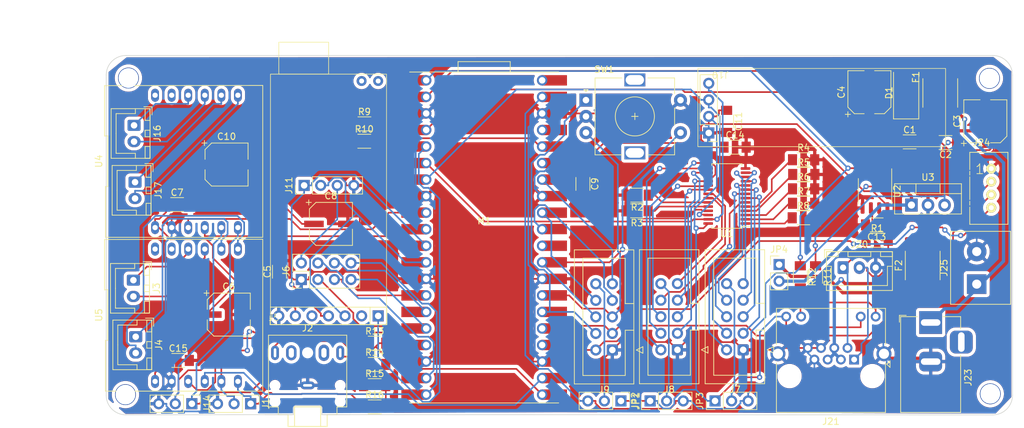
<source format=kicad_pcb>
(kicad_pcb (version 20221018) (generator pcbnew)
  (layers (0 "F.Cu" signal) (31 "B.Cu" signal) (34 "B.Paste" user) (35 "F.Paste" user) (36 "B.SilkS" user "B.Silkscreen") (37 "F.SilkS" user "F.Silkscreen") (38 "B.Mask" user) (39 "F.Mask" user) (44 "Edge.Cuts" user))
  (net 0 "")
  (net 1 "+12V")
  (net 2 "GND")
  (net 3 "+5V")
  (net 4 "+3.3V")
  (net 5 "Net-(D1-A)")
  (net 6 "/12Vin")
  (net 7 "/12Vfused")
  (net 8 "/buspower")
  (net 9 "/A1RX")
  (net 10 "/A1TX")
  (net 11 "Net-(J16-Pin_1)")
  (net 12 "Net-(J16-Pin_2)")
  (net 13 "Net-(J17-Pin_1)")
  (net 14 "Net-(J17-Pin_2)")
  (net 15 "/A2RX")
  (net 16 "/A2TX")
  (net 17 "/APCSET")
  (net 19 "/APCTX")
  (net 20 "/APCRX")
  (net 22 "/VCC")
  (net 23 "/CE")
  (net 24 "/CSN")
  (net 25 "/SCK")
  (net 26 "/MOSI")
  (net 27 "/MISO")
  (net 28 "/IRQ")
  (net 29 "/LED0")
  (net 30 "/LED1")
  (net 31 "/LED2")
  (net 32 "/LED3")
  (net 33 "/LED4")
  (net 34 "/LED5")
  (net 35 "/LED6")
  (net 36 "/LED7")
  (net 37 "Net-(J7-Pin_10)")
  (net 38 "/LED8")
  (net 39 "/LED9")
  (net 40 "/LED10")
  (net 41 "/LED11")
  (net 42 "/LED12")
  (net 43 "/LED13")
  (net 44 "/LED14")
  (net 45 "/LED15")
  (net 46 "Net-(J8-Pin_10)")
  (net 47 "/IO-0")
  (net 48 "/IO-1")
  (net 49 "/EnA")
  (net 50 "/EnB")
  (net 51 "/EnS")
  (net 52 "/IO-5")
  (net 53 "/IO-6")
  (net 54 "/IO-7")
  (net 55 "Net-(J9-Pin_10)")
  (net 56 "/SCL")
  (net 57 "/SDA")
  (net 58 "/A")
  (net 59 "/B")
  (net 60 "Net-(J21-Pad9)")
  (net 61 "Net-(J21-Pad11)")
  (net 63 "/RS485RX")
  (net 64 "/RS485TX")
  (net 65 "/RS485SR")
  (net 66 "unconnected-(M1-RUN-Pad30)")
  (net 67 "unconnected-(M1-ADC_VREF-Pad35)")
  (net 68 "unconnected-(M1-3V3_EN-Pad37)")
  (net 69 "unconnected-(M1-VBUS-Pad40)")
  (net 70 "Net-(U1-~{OE})")
  (net 71 "Net-(U1-A5)")
  (net 72 "Net-(U1-A4)")
  (net 73 "Net-(U1-A3)")
  (net 74 "Net-(U1-A2)")
  (net 75 "Net-(U1-A1)")
  (net 76 "Net-(U1-A0)")
  (net 77 "Net-(J1-Pin_1)")
  (net 78 "Net-(J1-Pin_2)")
  (net 79 "Net-(J3-Pin_1)")
  (net 80 "Net-(J3-Pin_2)")
  (net 81 "Net-(J4-Pin_1)")
  (net 82 "Net-(J4-Pin_2)")
  (net 83 "Net-(J14-Pin_1)")
  (net 84 "Net-(J14-Pin_2)")
  (net 89 "Net-(J2-PadR)")
  (net 90 "Net-(J2-PadT)")
  (footprint "fab:CP_Elec_D6.3mm_H6.1mm" (layer "F.Cu") (at 137.5156 140.8591 90)
    (fp_text reference "C4")
    (fp_text value "100uF")
  )
  (footprint "Connector_PinHeader_2.54mm:PinHeader_1x03_P2.54mm_Vertical" (layer "F.Cu") (at 33.6042 188.6966 -90)
    (fp_text reference "J14")
    (fp_text value "lineOut1")
  )
  (footprint "fab:CP_Elec_D6.3mm_H6.1mm" (layer "F.Cu") (at 38.929 151.9682)
    (fp_text reference "C10")
    (fp_text value "47uF")
  )
  (footprint "Connector_PinHeader_2.54mm:PinHeader_1x03_P2.54mm_Vertical" (layer "F.Cu") (at 42.6212 188.6966 -90)
    (fp_text reference "J1")
    (fp_text value "lineOut1")
  )
  (footprint "Arduino:OLED128x32" (layer "F.Cu") (at 111.2076 149.2168)
    (fp_text reference "J10")
    (fp_text value "OLED")
  )
  (footprint "fab:MountingHole_3mm" (layer "F.Cu") (at 155.9306 138.7348)
    (fp_text reference "H4" hide)
    (fp_text value "MountingHole" hide)
  )
  (footprint "Arduino:APC220" (layer "F.Cu") (at 45.1612 176.9872)
    (fp_text reference "J5")
    (fp_text value "APC220")
  )
  (footprint "Connector_BarrelJack:BarrelJack_Horizontal" (layer "F.Cu") (at 146.9136 176.2252 90)
    (fp_text reference "J23")
    (fp_text value "PowerIn")
  )
  (footprint "Fuse:Fuse_2920_7451Metric" (layer "F.Cu") (at 148.3868 140.9793 90)
    (fp_text reference "F1")
    (fp_text value "Polyfuse")
  )
  (footprint "fab:R_1206" (layer "F.Cu") (at 127.4318 151.2316)
    (fp_text reference "R4")
    (fp_text value "10k")
  )
  (footprint "fab:MountingHole_3mm" (layer "F.Cu") (at 23.876 138.684)
    (fp_text reference "H2" hide)
    (fp_text value "MountingHole" hide)
  )
  (footprint "fab:C_1206" (layer "F.Cu") (at 47.0408 168.4256 90)
    (fp_text reference "C5")
    (fp_text value "100n")
  )
  (footprint "Connector_PinHeader_2.54mm:PinHeader_1x03_P2.54mm_Vertical" (layer "F.Cu") (at 113.8428 188.2648 90)
    (fp_text reference "JP3")
    (fp_text value "power")
  )
  (footprint "Connector_PinHeader_2.54mm:PinHeader_1x02_P2.54mm_Vertical" (layer "F.Cu") (at 123.6726 167.3352)
    (fp_text reference "JP4")
    (fp_text value "BusPower")
  )
  (footprint "Fuse:Fuse_2920_7451Metric" (layer "F.Cu") (at 145.6944 167.4715 90)
    (fp_text reference "F2")
    (fp_text value "Polyfuse")
  )
  (footprint "Arduino:fermion-mp3" (layer "F.Cu") (at 34.3154 175.1076)
    (fp_text reference "U5")
    (fp_text value "fermion-mp3")
  )
  (footprint "fab:MountingHole_3mm" (layer "F.Cu") (at 23.4188 187.2996)
    (fp_text reference "H1" hide)
    (fp_text value "MountingHole" hide)
  )
  (footprint "Connector_RJ:RJ45_Amphenol_RJHSE538X" (layer "F.Cu") (at 135.1788 181.9148 180)
    (fp_text reference "J21")
    (fp_text value "RJ45_LED_Shielded")
  )
  (footprint "fab:RaspberryPi_PicoW_Combined" (layer "F.Cu") (at 78.4352 163.1696)
    (fp_text reference "M1")
    (fp_text value "Pico")
  )
  (footprint "Connector_JST:JST_XH_B2B-XH-A_1x02_P2.50mm_Vertical" (layer "F.Cu") (at 24.638 169.7228 -90)
    (fp_text reference "J3")
    (fp_text value "R1")
  )
  (footprint "fab:CP_Elec_D6.3mm_H6.1mm" (layer "F.Cu") (at 155.2956 145.3226 90)
    (fp_text reference "C3")
    (fp_text value "10uF")
  )
  (footprint "fab:R_1206" (layer "F.Cu") (at 101.903 156.6672 180)
    (fp_text reference "R2")
    (fp_text value "10k")
  )
  (footprint "Connector_JST:JST_XH_B2B-XH-A_1x02_P2.50mm_Vertical" (layer "F.Cu") (at 24.892 154.6752 -90)
    (fp_text reference "J17")
    (fp_text value "L1")
  )
  (footprint "Package_SO:TSSOP-28_4.4x9.7mm_P0.65mm" (layer "F.Cu") (at 115.6539 156.7994 180)
    (fp_text reference "U1")
    (fp_text value "PCA9685PW")
  )
  (footprint "fab:R_1206" (layer "F.Cu") (at 127.4318 157.9118)
    (fp_text reference "R7")
    (fp_text value "10k")
  )
  (footprint "fab:C_1206" (layer "F.Cu") (at 115.6208 145.3406 -90)
    (fp_text reference "C11")
    (fp_text value "100n")
  )
  (footprint "Package_SO:SO-8_3.9x4.9mm_P1.27mm" (layer "F.Cu") (at 138.3792 156.0672 -90)
    (fp_text reference "U2")
    (fp_text value "MAX485E")
  )
  (footprint "fab:R_1206" (layer "F.Cu") (at 61.6476 182.6592)
    (fp_text reference "R14")
    (fp_text value "R")
  )
  (footprint "fab:R_1206" (layer "F.Cu") (at 127.4318 155.702)
    (fp_text reference "R6")
    (fp_text value "10k")
  )
  (footprint "fab:R_1206" (layer "F.Cu") (at 129.2606 169.2166 -90)
    (fp_text reference "R11")
    (fp_text value "220R")
  )
  (footprint "Connectors:Grove_1x04" (layer "F.Cu") (at 156.21 152.5976)
    (fp_text reference "J24")
    (fp_text value "grove")
  )
  (footprint "Arduino:fermion-mp3" (layer "F.Cu") (at 34.3154 151.4856)
    (fp_text reference "U4")
    (fp_text value "fermion-mp3")
  )
  (footprint "fab:TerminalBlock_OnShore_1x02_P5.00mm_Horizontal" (layer "F.Cu") (at 153.9748 170.3324 90)
    (fp_text reference "J25")
    (fp_text value "PowerIn")
  )
  (footprint "Connector_JST:JST_XH_B3B-XH-A_1x03_P2.50mm_Vertical" (layer "F.Cu") (at 133.4808 167.7924)
    (fp_text reference "J20")
    (fp_text value "DMX")
  )
  (footprint "Connector_JST:JST_XH_B2B-XH-A_1x02_P2.50mm_Vertical" (layer "F.Cu") (at 24.9936 178.4096 -90)
    (fp_text reference "J4")
    (fp_text value "L1")
  )
  (footprint "fab:CP_Elec_D6.3mm_H6.1mm" (layer "F.Cu") (at 39.2684 175.006)
    (fp_text reference "C6")
    (fp_text value "47uF")
  )
  (footprint "Connector_JST:JST_XH_B2B-XH-A_1x02_P2.50mm_Vertical" (layer "F.Cu") (at 24.7396 145.9484 -90)
    (fp_text reference "J16")
    (fp_text value "R1")
  )
  (footprint "fab:R_1206" (layer "F.Cu") (at 60.0474 148.3868)
    (fp_text reference "R10")
    (fp_text value "4k7")
  )
  (footprint "Connector_PinHeader_2.54mm:PinHeader_2x04_P2.54mm_Vertical" (layer "F.Cu") (at 50.3936 169.6212 90)
    (fp_text reference "J6")
    (fp_text value "NRF24L01")
  )
  (footprint "fab:R_1206" (layer "F.Cu") (at 61.6476 189.1792)
    (fp_text reference "R16")
    (fp_text value "R")
  )
  (footprint "Connector_PinHeader_2.54mm:PinHeader_1x04_P2.54mm_Vertical" (layer "F.Cu") (at 50.8254 155.1686 90)
    (fp_text reference "J11")
    (fp_text value "CSRF")
  )
  (footprint "fab:R_1206" (layer "F.Cu") (at 138.7094 163.6014)
    (fp_text reference "R1")
    (fp_text value "120R")
  )
  (footprint "Connector_PinHeader_2.54mm:PinHeader_1x03_P2.54mm_Vertical" (layer "F.Cu") (at 99.4156 188.2648 -90)
    (fp_text reference "JP1")
    (fp_text value "power")
  )
  (footprint "fab:C_1206" (layer "F.Cu") (at 143.6896 148.4884)
    (fp_text reference "C1")
    (fp_text value "100n")
  )
  (footprint "Rotary_Encoder:RotaryEncoder_Alps_EC11E-Switch_Vertical_H20mm" (layer "F.Cu") (at 94.0452 142.0768)
    (fp_text reference "SW1")
    (fp_text value "RotaryEncoder_Switch")
  )
  (footprint "fab:C_1206" (layer "F.Cu") (at 31.3454 158.115)
    (fp_text reference "C7")
    (fp_text value "100n")
  )
  (footprint "fab:C_1206" (layer "F.Cu") (at 149.1996 148.5867 180)
    (fp_text reference "C2")
    (fp_text value "100n")
  )
  (footprint "fab:CP_Elec_D6.3mm_H6.1mm" (layer "F.Cu") (at 54.931 161.0868)
    (fp_text reference "C8")
    (fp_text value "47uF")
  )
  (footprint "Connector_Audio:Jack_3.5mm_CUI_SJ1-3525N_Horizontal" (layer "F.Cu") (at 51.3588 185.8772)
    (fp_text reference "J2")
    (fp_text value "Audio1")
    (fp_line (start -2.2 3.5) (end -2.2 4.5) (stroke (width 0.12)) (layer "Edge.Cuts"))
    (fp_line (start -2.2 4.5) (end -6.5 4.5) (stroke (width 0.12)) (layer "Edge.Cuts"))
    (fp_line (start 1.8 3.1) (end -1.8 3.1) (stroke (width 0.12)) (layer "Edge.Cuts"))
    (fp_line (start 2.2 3.5) (end 2.2 4.5) (stroke (width 0.12)) (layer "Edge.Cuts"))
    (fp_line (start 2.2 4.5) (end 6.5 4.5) (stroke (width 0.12)) (layer "Edge.Cuts"))
    (fp_arc (start -2.2 3.5) (mid -2.082842 3.217158) (end -1.8 3.1) (stroke (width 0.12)) (layer "Edge.Cuts"))
    (fp_arc (start 1.8 3.1) (mid 2.082843 3.217157) (end 2.2 3.5) (stroke (width 0.12)) (layer "Edge.Cuts"))
  )
  (footprint "fab:R_1206" (layer "F.Cu") (at 126.9238 169.2166 -90)
    (fp_text reference "R12")
    (fp_text value "220R")
  )
  (footprint "fab:R_1206" (layer "F.Cu") (at 60.0728 145.7198)
    (fp_text reference "R9")
    (fp_text value "4k7")
  )
  (footprint "fab:C_1206" (layer "F.Cu") (at 31.5214 182.0451)
    (fp_text reference "C15")
    (fp_text value "100n")
  )
  (footprint "fab:C_1206" (layer "F.Cu") (at 116.918 149.3012)
    (fp_text reference "C14")
    (fp_text value "100n")
  )
  (footprint "fab:R_1206" (layer "F.Cu") (at 127.381 160.147)
    (fp_text reference "R8")
    (fp_text value "10k")
  )
  (footprint "fab:R_1206" (layer "F.Cu") (at 101.8812 159.0802 180)
    (fp_text reference "R3")
    (fp_text value "10k")
  )
  (footprint "fab:R_1206" (layer "F.Cu") (at 61.6476 179.3992)
    (fp_text reference "R13")
    (fp_text value "R")
  )
  (footprint "fab:C_1206" (layer "F.Cu") (at 138.6314 161.2392 180)
    (fp_text reference "C13")
    (fp_text value "100n")
  )
  (footprint "Connector_IDC:IDC-Header_2x05_P2.54mm_Vertical" (layer "F.Cu") (at 108.077 180.4162 180)
    (fp_text reference "J8")
    (fp_text value "relay2")
  )
  (footprint "Connector_IDC:IDC-Header_2x05_P2.54mm_Vertical" (layer "F.Cu") (at 118.1608 180.4162 180)
    (fp_text reference "J7")
    (fp_text value "relay1")
  )
  (footprint "fab:C_1206" (layer "F.Cu") (at 93.5736 154.9418 -90)
    (fp_text reference "C9")
    (fp_text value "100n")
  )
  (footprint "Diode_SMD:D_2512_6332Metric_Pad1.52x3.35mm_HandSolder" (layer "F.Cu") (at 143.1544 140.951 90)
    (fp_text reference "D1")
    (fp_text value "D")
  )
  (footprint "Connector_PinHeader_2.54mm:PinHeader_1x03_P2.54mm_Vertical" (layer "F.Cu") (at 103.886 188.2648 90)
    (fp_text reference "JP2")
    (fp_text value "power")
  )
  (footprint "Connector_IDC:IDC-Header_2x05_P2.54mm_Vertical" (layer "F.Cu") (at 98.0948 180.4416 180)
    (fp_text reference "J9")
    (fp_text value "general")
  )
  (footprint "fab:MountingHole_3mm" (layer "F.Cu") (at 156.0576 187.1726)
    (fp_text reference "H3" hide)
    (fp_text value "MountingHole" hide)
  )
  (footprint "Package_TO_SOT_THT:TO-220-3_Vertical" (layer "F.Cu") (at 143.9672 158.1912)
    (fp_text reference "U3")
    (fp_text value "LM7805_TO220")
  )
  (footprint "fab:R_1206" (layer "F.Cu") (at 61.6476 185.9192)
    (fp_text reference "R15")
    (fp_text value "R")
  )
  (footprint "fab:R_1206" (layer "F.Cu") (at 127.4572 153.4922)
    (fp_text reference "R5")
    (fp_text value "10k")
  )
  (gr_arc (start 23.4724 190.3984) (mid 21.35108 189.51972) (end 20.4724 187.3984) (stroke (width 0.1)) (layer "Edge.Cuts"))
  (gr_line (start 156.4612 190.3984) (end 57.8588 190.3772) (stroke (width 0.1)) (layer "Edge.Cuts"))
  (gr_arc (start 159.4612 187.3984) (mid 158.58252 189.51972) (end 156.4612 190.3984) (stroke (width 0.1)) (layer "Edge.Cuts"))
  (gr_arc (start 156.4612 135.2296) (mid 158.58252 136.10828) (end 159.4612 138.2296) (stroke (width 0.1)) (layer "Edge.Cuts"))
  (gr_line (start 23.4724 135.2296) (end 156.4612 135.2296) (stroke (width 0.1)) (layer "Edge.Cuts"))
  (gr_line (start 44.8588 190.3772) (end 23.4724 190.3984) (stroke (width 0.1)) (layer "Edge.Cuts"))
  (gr_line (start 159.4612 138.2296) (end 159.4612 187.3984) (stroke (width 0.1)) (layer "Edge.Cuts"))
  (gr_line (start 20.4724 187.3984) (end 20.4724 138.2296) (stroke (width 0.1)) (layer "Edge.Cuts"))
  (gr_arc (start 20.4724 138.2296) (mid 21.35108 136.10828) (end 23.4724 135.2296) (stroke (width 0.1)) (layer "Edge.Cuts"))
  (segment (start 143.9672 156.8643) (end 143.9672 158.1912) (width 0.5) (layer "F.Cu") (net 1))
  (segment (start 150.669418 146.7043) (end 150.754518 146.7894) (width 0.5) (layer "F.Cu") (net 1))
  (segment (start 145.2621 146.4395) (end 144.1196 146.4395) (width 0.5) (layer "F.Cu") (net 1))
  (segment (start 144.1196 146.4395) (end 143.1544 145.4743) (width 0.5) (layer "F.Cu") (net 1))
  (segment (start 143.8063 146.4395) (end 145.2621 146.4395) (width 0.5) (layer "F.Cu") (net 1))
  (segment (start 143.2132 147.0326) (end 143.8063 146.4395) (width 0.5) (layer "F.Cu") (net 1))
  (segment (start 143.2052 148.4964) (end 143.2052 156.1023) (width 0.5) (layer "F.Cu") (net 1))
  (segment (start 143.1544 145.4743) (end 143.1544 143.9385) (width 0.5) (layer "F.Cu") (net 1))
  (segment (start 143.2132 148.4884) (end 143.2052 148.4964) (width 0.5) (layer "F.Cu") (net 1))
  (segment (start 145.5269 146.7043) (end 150.669418 146.7043) (width 0.5) (layer "F.Cu") (net 1))
  (segment (start 143.0165 148.4884) (end 143.2132 148.4884) (width 0.5) (layer "F.Cu") (net 1))
  (segment (start 141.9896 148.4884) (end 143.0165 148.4884) (width 0.5) (layer "F.Cu") (net 1))
  (segment (start 150.754518 146.7894) (end 154.1624 146.7894) (width 0.5) (layer "F.Cu") (net 1))
  (segment (start 143.2052 156.1023) (end 143.9672 156.8643) (width 0.5) (layer "F.Cu") (net 1))
  (segment (start 154.1624 146.7894) (end 155.2956 147.9226) (width 0.5) (layer "F.Cu") (net 1))
  (segment (start 145.2621 146.4395) (end 145.5269 146.7043) (width 0.5) (layer "F.Cu") (net 1))
  (segment (start 143.2132 148.4884) (end 143.2132 147.0326) (width 0.5) (layer "F.Cu") (net 1))
  (segment (start 123.6726 169.8752) (end 127.5842 169.8752) (width 0.5) (layer "B.Cu") (net 1))
  (segment (start 139.2682 158.1912) (end 143.9672 158.1912) (width 0.5) (layer "B.Cu") (net 1))
  (segment (start 127.5842 169.8752) (end 139.2682 158.1912) (width 0.5) (layer "B.Cu") (net 1))
  (segment (start 67.6402 182.2196) (end 69.5452 182.2196) (width 0.25) (layer "F.Cu") (net 2))
  (segment (start 35.7428 182.0451) (end 33.2214 182.0451) (width 0.25) (layer "F.Cu") (net 2))
  (segment (start 93.2666 144.1196) (end 106.5024 144.1196) (width 0.25) (layer "F.Cu") (net 2))
  (segment (start 109.5113 160.2618) (end 110.8718 158.9013) (width 0.25) (layer "F.Cu") (net 2))
  (segment (start 129.1318 155.702) (end 129.1564 155.6774) (width 0.25) (layer "F.Cu") (net 2))
  (segment (start 128.9032 151.003) (end 128.7218 151.003) (width 0.25) (layer "F.Cu") (net 2))
  (segment (start 99.6896 156.6672) (end 100.1812 157.1588) (width 0.25) (layer "F.Cu") (net 2))
  (segment (start 117.5911 149.3012) (end 115.6208 147.3309) (width 0.25) (layer "F.Cu") (net 2))
  (segment (start 87.3252 144.1196) (end 89.2302 144.1196) (width 0.25) (layer "F.Cu") (net 2))
  (segment (start 118.618 149.3012) (end 117.5911 149.3012) (width 0.25) (layer "F.Cu") (net 2))
  (segment (start 115.6208 147.3309) (end 115.6208 147.0406) (width 0.25) (layer "F.Cu") (net 2))
  (segment (start 64.333 168.4443) (end 52.3795 168.4443) (width 0.25) (layer "F.Cu") (net 2))
  (segment (start 58.4454 155.1686) (end 57.2685 155.1686) (width 0.25) (layer "F.Cu") (net 2))
  (segment (start 49.2167 169.6212) (end 47.0408 167.4453) (width 0.25) (layer "F.Cu") (net 2))
  (segment (start 50.3936 169.6212) (end 51.5705 169.6212) (width 0.25) (layer "F.Cu") (net 2))
  (segment (start 54.4339 151.9682) (end 57.2685 154.8028) (width 0.25) (layer "F.Cu") (net 2))
  (segment (start 130.1823 161.2392) (end 130.0553 161.1122) (width 0.25) (layer "F.Cu") (net 2))
  (segment (start 41.8684 175.006) (end 42.7819 175.006) (width 0.25) (layer "F.Cu") (net 2))
  (segment (start 93.588 144.1196) (end 94.0452 144.5768) (width 0.25) (layer "F.Cu") (net 2))
  (segment (start 115.6208 147.0406) (end 114.1307 147.0406) (width 0.25) (layer "F.Cu") (net 2))
  (segment (start 32.0185 158.8056) (end 32.0185 158.115) (width 0.25) (layer "F.Cu") (net 2))
  (segment (start 65.4083 169.5196) (end 64.333 168.4443) (width 0.25) (layer "F.Cu") (net 2))
  (segment (start 67.6402 156.8196) (end 61.2733 156.8196) (width 0.25) (layer "F.Cu") (net 2))
  (segment (start 110.8718 158.9013) (end 111.7477 158.9013) (width 0.25) (layer "F.Cu") (net 2))
  (segment (start 42.7819 175.006) (end 35.7428 182.0451) (width 0.25) (layer "F.Cu") (net 2))
  (segment (start 109.2539 179.2393) (end 108.077 180.4162) (width 0.25) (layer "F.Cu") (net 2))
  (segment (start 69.5452 182.2196) (end 87.3252 182.2196) (width 0.25) (layer "F.Cu") (net 2))
  (segment (start 69.5452 169.5196) (end 67.6402 169.5196) (width 0.25) (layer "F.Cu") (net 2))
  (segment (start 123.4888 181.0248) (end 122.8802 180.4162) (width 0.25) (layer "F.Cu") (net 2))
  (segment (start 70.7205 169.5196) (end 70.7205 157.9949) (width 0.25) (layer "F.Cu") (net 2))
  (segment (start 116.9839 179.2393) (end 109.2539 179.2393) (width 0.25) (layer "F.Cu") (net 2))
  (segment (start 114.1307 147.0406) (end 114.0545 147.1168) (width 0.25) (layer "F.Cu") (net 2))
  (segment (start 129.1318 157.9118) (end 129.4747 157.9118) (width 0.25) (layer "F.Cu") (net 2))
  (segment (start 146.4 181.7116) (end 146.9136 182.2252) (width 0.5) (layer "F.Cu") (net 2))
  (segment (start 118.1608 180.4162) (end 116.9839 179.2393) (width 0.25) (layer "F.Cu") (net 2))
  (segment (start 69.5452 144.1196) (end 67.6402 144.1196) (width 0.25) (layer "F.Cu") (net 2))
  (segment (start 129.1572 152.4695) (end 128.7218 152.0341) (width 0.25) (layer "F.Cu") (net 2))
  (segment (start 89.2302 144.1196) (end 93.2666 144.1196) (width 0.25) (layer "F.Cu") (net 2))
  (segment (start 87.3252 156.8196) (end 89.2302 156.8196) (width 0.25) (layer "F.Cu") (net 2))
  (segment (start 129.1318 151.2316) (end 128.9032 151.003) (width 0.25) (layer "F.Cu") (net 2))
  (segment (start 51.5705 169.2533) (end 51.5705 169.6212) (width 0.25) (layer "F.Cu") (net 2))
  (segment (start 57.531 161.0868) (end 59.3579 161.0868) (width 0.25) (layer "F.Cu") (net 2))
  (segment (start 118.618 149.3012) (end 118.618 149.677) (width 0.25) (layer "F.Cu") (net 2))
  (segment (start 42.7819 175.006) (end 43.6953 175.006) (width 0.25) (layer "F.Cu") (net 2))
  (segment (start 70.7205 169.5196) (end 69.5452 169.5196) (width 0.25) (layer "F.Cu") (net 2))
  (segment (start 118.618 149.677) (end 126.8823 149.677) (width 0.25) (layer "F.Cu") (net 2))
  (segment (start 96.3168 182.2196) (end 89.2302 182.2196) (width 0.25) (layer "F.Cu") (net 2))
  (segment (start 129.1564 153.493) (end 129.1572 153.4922) (width 0.25) (layer "F.Cu") (net 2))
  (segment (start 46.9392 175.2092) (end 43.8985 175.2092) (width 0.25) (layer "F.Cu") (net 2))
  (segment (start 99.6896 156.6672) (end 99.1761 156.6672) (width 0.25) (layer "F.Cu") (net 2))
  (segment (start 92.2189 156.8196) (end 92.3967 156.6418) (width 0.25) (layer "F.Cu") (net 2))
  (segment (start 30.5054 161.6456) (end 30.5054 160.3187) (width 0.25) (layer "F.Cu") (net 2))
  (segment (start 147.4996 148.5867) (end 146.4727 148.5867) (width 0.25) (layer "F.Cu") (net 2))
  (segment (start 155.715 152.1026) (end 156.21 152.5976) (width 0.25) (layer "F.Cu") (net 2))
  (segment (start 145.3896 148.4884) (end 146.4165 148.4884) (width 0.25) (layer "F.Cu") (net 2))
  (segment (start 59.3579 158.735) (end 61.2733 156.8196) (width 0.25) (layer "F.Cu") (net 2))
  (segment (start 101.2081 159.0802) (end 102.3897 160.2618) (width 0.25) (layer "F.Cu") (net 2))
  (segment (start 106.8864 179.2256) (end 108.077 180.4162) (width 0.25) (layer "F.Cu") (net 2))
  (segment (start 30.5054 160.3187) (end 32.0185 158.8056) (width 0.25) (layer "F.Cu") (net 2))
  (segment (start 118.618 149.677) (end 118.618 150.4781) (width 0.25) (layer "F.Cu") (net 2))
  (segment (start 41.529 151.9682) (end 54.4339 151.9682) (width 0.25) (layer "F.Cu") (net 2))
  (segment (start 102.3897 160.2618) (end 109.5113 160.2618) (width 0.25) (layer "F.Cu") (net 2))
  (segment (start 93.5736 156.6418) (end 99.1507 156.6418) (width 0.25) (layer "F.Cu") (net 2))
  (segment (start 129.081 160.147) (end 130.0462 161.1122) (width 0.25) (layer "F.Cu") (net 2))
  (segment (start 129.1318 157.9118) (end 129.081 157.9626) (width 0.25) (layer "F.Cu") (net 2))
  (segment (start 146.4727 148.5867) (end 146.4727 148.5446) (width 0.25) (layer "F.Cu") (net 2))
  (segment (start 124.3788 180.1348) (end 123.4888 181.0248) (width 0.25) (layer "F.Cu") (net 2))
  (segment (start 129.4747 157.9118) (end 130.2051 158.6422) (width 0.25) (layer "F.Cu") (net 2))
  (segment (start 89.2302 156.8196) (end 92.2189 156.8196) (width 0.25) (layer "F.Cu") (net 2))
  (segment (start 69.5452 156.8196) (end 67.6402 156.8196) (width 0.25) (layer "F.Cu") (net 2))
  (segment (start 59.3579 161.0868) (end 59.3579 158.735) (width 0.25) (layer "F.Cu") (net 2))
  (segment (start 93.5736 156.6418) (end 92.3967 156.6418) (width 0.25) (layer "F.Cu") (net 2))
  (segment (start 156.5744 143.0879) (end 155.2956 141.8091) (width 0.25) (layer "F.Cu") (net 2))
  (segment (start 128.0668 180.1348) (end 124.3788 180.1348) (width 0.25) (layer "F.Cu") (net 2))
  (segment (start 129.0574 155.4411) (end 129.0574 157.8374) (width 0.25) (layer "F.Cu") (net 2))
  (segment (start 156.5744 149.7889) (end 156.5744 143.0879) (width 0.25) (layer "F.Cu") (net 2))
  (segment (start 30.5054 183.9407) (end 32.1945 182.2516) (width 0.25) (layer "F.Cu") (net 2))
  (segment (start 118.5164 150.5797) (end 118.618 150.4781) (width 0.25) (layer "F.Cu") (net 2))
  (segment (start 67.6402 169.5196) (end 65.4083 169.5196) (width 0.25) (layer "F.Cu") (net 2))
  (segment (start 137.5156 138.2591) (end 137.5156 140.086) (width 0.25) (layer "F.Cu") (net 2))
  (segment (start 111.9208 159.0744) (end 112.7914 159.0744) (width 0.25) (layer "F.Cu") (net 2))
  (segment (start 100.203 156.6672) (end 99.6896 156.6672) (width 0.25) (layer "F.Cu") (net 2))
  (segment (start 118.5164 152.5744) (end 118.5164 150.5797) (width 0.25) (layer "F.Cu") (net 2))
  (segment (start 99.1507 156.6418) (end 99.1761 156.6672) (width 0.25) (layer "F.Cu") (net 2))
  (segment (start 129.081 160.1379) (end 130.0553 161.1122) (width 0.25) (layer "F.Cu") (net 2))
  (segment (start 99.3152 179.2256) (end 106.8864 179.2256) (width 0.25) (layer "F.Cu") (net 2))
  (segment (start 139.7488 181.0248) (end 140.4356 181.7116) (width 0.5) (layer "F.Cu") (net 2))
  (segment (start 155.715 150.6483) (end 156.5744 149.7889) (width 0.25) (layer "F.Cu") (net 2))
  (segment (start 89.2302 169.5196) (end 87.3252 169.5196) (width 0.25) (layer "F.Cu") (net 2))
  (segment (start 33.0454 158.115) (end 32.0185 158.115) (width 0.25) (layer "F.Cu") (net 2))
  (segment (start 100.1812 157.1588) (end 100.1812 159.0802) (width 0.25) (layer "F.Cu") (net 2))
  (segment (start 126.8823 149.677) (end 128.2083 151.003) (width 0.25) (layer "F.Cu") (net 2))
  (segment (start 136.9314 161.2392) (end 130.1823 161.2392) (width 0.25) (layer "F.Cu") (net 2))
  (segment (start 111.7477 158.9013) (end 111.9208 159.0744) (width 0.25) (layer "F.Cu") (net 2))
  (segment (start 61.2733 156.8196) (end 59.6223 155.1686) (width 0.25) (layer "F.Cu") (net 2))
  (segment (start 87.3252 169.5196) (end 70.7205 169.5196) (width 0.25) (layer "F.Cu") (net 2))
  (segment (start 93.2666 144.1196) (end 93.588 144.1196) (width 0.25) (layer "F.Cu") (net 2))
  (segment (start 129.1564 155.3421) (end 129.0574 155.4411) (width 0.25) (layer "F.Cu") (net 2))
  (segment (start 129.1564 155.3421) (end 129.1564 153.493) (width 0.25) (layer "F.Cu") (net 2))
  (segment (start 146.4727 148.5446) (end 146.4165 148.4884) (width 0.25) (layer "F.Cu") (net 2))
  (segment (start 129.081 157.9626) (end 129.081 160.1379) (width 0.25) (layer "F.Cu") (net 2))
  (segment (start 57.2685 154.8028) (end 57.2685 155.1686) (width 0.25) (layer "F.Cu") (net 2))
  (segment (start 112.8776 147.1168) (end 114.0545 147.1168) (width 0.25) (layer "F.Cu") (net 2))
  (segment (start 150.5881 150.6483) (end 155.715 150.6483) (width 0.25) (layer "F.Cu") (net 2))
  (segment (start 140.4356 181.7116) (end 146.4 181.7116) (width 0.5) (layer "F.Cu") (net 2))
  (segment (start 122.8802 180.4162) (end 118.1608 180.4162) (width 0.25) (layer "F.Cu") (net 2))
  (segment (start 70.7205 157.9949) (end 69.5452 156.8196) (width 0.25) (layer "F.Cu") (net 2))
  (segment (start 47.0408 167.4453) (end 47.0408 166.7256) (width 0.25) (layer "F.Cu") (net 2))
  (segment (start 52.3795 168.4443) (end 51.5705 169.2533) (width 0.25) (layer "F.Cu") (net 2))
  (segment (start 98.0948 180.4416) (end 98.0992 180.4416) (width 0.25) (layer "F.Cu") (net 2))
  (segment (start 100.1812 159.0802) (end 101.2081 159.0802) (width 0.25) (layer "F.Cu") (net 2))
  (segment (start 130.0988 180.1348) (end 128.0668 180.1348) (width 0.25) (layer "F.Cu") (net 2))
  (segment (start 155.715 150.6483) (end 155.715 152.1026) (width 0.25) (layer "F.Cu") (net 2))
  (segment (start 98.0992 180.4416) (end 99.3152 179.2256) (width 0.25) (layer "F.Cu") (net 2))
  (segment (start 129.1564 155.6774) (end 129.1564 155.3421) (width 0.25) (layer "F.Cu") (net 2))
  (segment (start 50.3936 169.6212) (end 49.2167 169.6212) (width 0.25) (layer "F.Cu") (net 2))
  (segment (start 32.1945 182.2516) (end 32.1945 182.0451) (width 0.25) (layer "F.Cu") (net 2))
  (segment (start 128.7218 151.003) (end 128.2083 151.003) (width 0.25) (layer "F.Cu") (net 2))
  (segment (start 128.7218 152.0341) (end 128.7218 151.003) (width 0.25) (layer "F.Cu") (net 2))
  (segment (start 106.5024 144.1196) (end 108.5452 142.0768) (width 0.25) (layer "F.Cu") (net 2))
  (segment (start 130.0462 161.1122) (end 130.0553 161.1122) (width 0.25) (layer "F.Cu") (net 2))
  (segment (start 155.2956 141.8091) (end 153.5725 140.086) (width 0.25) (layer "F.Cu") (net 2))
  (segment (start 155.2956 142.7226) (end 155.2956 141.8091) (width 0.25) (layer "F.Cu") (net 2))
  (segment (start 43.8985 175.2092) (end 43.6953 175.006) (width 0.25) (layer "F.Cu") (net 2))
  (segment (start 129.0574 157.8374) (end 129.1318 157.9118) (width 0.25) (layer "F.Cu") (net 2))
  (segment (start 30.5054 185.2676) (end 30.5054 183.9407) (width 0.25) (layer "F.Cu") (net 2))
  (segment (start 129.1572 153.4922) (end 129.1572 152.4695) (width 0.25) (layer "F.Cu") (net 2))
  (segment (start 148.0131 148.5867) (end 147.4996 148.5867) (width 0.25) (layer "F.Cu") (net 2))
  (segment (start 148.0131 148.5867) (end 148.5265 148.5867) (width 0.25) (layer "F.Cu") (net 2))
  (segment (start 136.4742 158.6422) (end 130.2051 158.6422) (width 0.25) (layer "F.Cu") (net 2))
  (segment (start 58.4454 155.1686) (end 59.6223 155.1686) (width 0.25) (layer "F.Cu") (net 2))
  (segment (start 98.0948 180.4416) (end 96.3168 182.2196) (width 0.25) (layer "F.Cu") (net 2))
  (segment (start 148.5265 148.5867) (end 150.5881 150.6483) (width 0.25) (layer "F.Cu") (net 2))
  (segment (start 89.2302 182.2196) (end 87.3252 182.2196) (width 0.25) (layer "F.Cu") (net 2))
  (segment (start 33.2214 182.0451) (end 32.1945 182.0451) (width 0.25) (layer "F.Cu") (net 2))
  (segment (start 153.5725 140.086) (end 137.5156 140.086) (width 0.25) (layer "F.Cu") (net 2))
  (segment (start 85.2127 167.4071) (end 87.3252 169.5196) (width 0.25) (layer "B.Cu") (net 2))
  (segment (start 69.5452 144.1196) (end 67.9424 145.7224) (width 0.25) (layer "B.Cu") (net 2))
  (segment (start 86.1704 155.6648) (end 86.1704 153.7891) (width 0.25) (layer "B.Cu") (net 2))
  (segment (start 37.5412 188.6966) (end 36.3643 188.6966) (width 0.25) (layer "B.Cu") (net 2))
  (segment (start 30.5054 185.2676) (end 30.5054 186.5945) (width 0.25) (layer "B.Cu") (net 2))
  (segment (start 146.5072 160.3779) (end 153.9748 160.3779) (width 0.25) (layer "B.Cu") (net 2))
  (segment (start 46.9392 176.3861) (end 50.3174 179.7643) (width 0.25) (layer "B.Cu") (net 2))
  (segment (start 156.21 152.5976) (end 153.9748 154.8328) (width 0.25) (layer "B.Cu") (net 2))
  (segment (start 28.5242 188.6966) (end 28.5242 187.5197) (width 0.25) (layer "B.Cu") (net 2))
  (segment (start 28.5242 188.6966) (end 29.7011 188.6966) (width 0.25) (layer "B.Cu") (net 2))
  (segment (start 129.0828 185.424) (end 129.0828 181.9148) (width 0.25) (layer "B.Cu") (net 2))
  (segment (start 86.1983 170.6465) (end 87.3252 169.5196) (width 0.25) (layer "B.Cu") (net 2))
  (segment (start 146.5072 158.1912) (end 146.5072 160.3779) (width 0.25) (layer "B.Cu") (net 2))
  (segment (start 140.1707 187.5361) (end 139.188 188.5188) (width 0.25) (layer "B.Cu") (net 2))
  (segment (start 50.3174 185.4786) (end 51.083 186.2442) (width 0.25) (layer "B.Cu") (net 2))
  (segment (start 87.3252 182.2196) (end 86.1983 181.0927) (width 0.25) (layer "B.Cu") (net 2))
  (segment (start 29.5545 163.9234) (end 30.5054 162.9725) (width 0.25) (layer "B.Cu") (net 2))
  (segment (start 108.5452 142.0768) (end 112.4083 145.9399) (width 0.25) (layer "B.Cu") (net 2))
  (segment (start 128.0668 180.8988) (end 129.0828 181.9148) (width 0.25) (layer "B.Cu") (net 2))
  (segment (start 35.1859 189.875) (end 30.5137 189.875) (width 0.25) (layer "B.Cu") (net 2))
  (segment (start 139.6577 180.9337) (end 139.7488 181.0248) (width 0.25) (layer "B.Cu") (net 2))
  (segment (start 153.9748 160.3779) (end 153.9748 165.3324) (width 0.25) (layer "B.Cu") (net 2))
  (segment (start 87.3252 156.8196) (end 86.1704 155.6648) (width 0.25) (layer "B.Cu") (net 2))
  (segment (start 86.1983 181.0927) (end 86.1983 170.6465) (width 0.25) (layer "B.Cu") (net 2))
  (segment (start 128.0668 180.1348) (end 128.0668 180.8988) (width 0.25) (layer "B.Cu") (net 2))
  (segment (start 51.083 186.2442) (end 51.3626 186.2442) (width 0.25) (layer "B.Cu") (net 2))
  (segment (start 30.5137 189.875) (end 29.7011 189.0624) (width 0.25) (layer "B.Cu") (net 2))
  (segment (start 86.9499 153.0096) (end 87.683 153.0096) (width 0.25) (layer "B.Cu") (net 2))
  (segment (start 29.4494 186.5945) (end 28.5242 187.5197) (width 0.25) (layer "B.Cu") (net 2))
  (segment (start 92.2542 146.3678) (end 94.0452 144.5768) (width 0.25) (layer "B.Cu") (net 2))
  (segment (start 138.4808 167.7924) (end 139.6577 167.7924) (width 0.25) (layer "B.Cu") (net 2))
  (segment (start 85.2127 146.2321) (end 85.2127 167.4071) (width 0.25) (layer "B.Cu") (net 2))
  (segment (start 153.9748 154.8328) (end 153.9748 160.3779) (width 0.25) (layer "B.Cu") (net 2))
  (segment (start 30.5054 184.6926) (end 30.5054 183.9407) (width 0.25) (layer "B.Cu") (net 2))
  (segment (start 46.9392 175.2092) (end 46.9392 176.3861) (width 0.25) (layer "B.Cu") (net 2))
  (segment (start 112.4083 145.9399) (end 112.8776 145.9399) (width 0.25) (layer "B.Cu") (net 2))
  (segment (start 92.2542 148.4384) (end 92.2542 146.3678) (width 0.25) (layer "B.Cu") (net 2))
  (segment (start 67.9424 155.2168) (end 69.5452 156.8196) (width 0.25) (layer "B.Cu") (net 2))
  (segment (start 30.5054 183.9407) (end 29.5545 182.9898) (width 0.25) (layer "B.Cu") (net 2))
  (segment (start 112.8776 147.1168) (end 112.8776 145.9399) (width 0.25) (layer "B.Cu") (net 2))
  (segment (start 140.1707 181.4467) (end 140.1707 187.5361) (width 0.25) (layer "B.Cu") (net 2))
  (segment (start 46.9392 174.0323) (end 46.9392 175.2092) (width 0.25) (layer "B.Cu") (net 2))
  (segment (start 50.3174 179.7643) (end 50.3174 185.4786) (width 0.25) (layer "B.Cu") (net 2))
  (segment (start 29.7011 189.0624) (end 29.7011 188.6966) (width 0.25) (layer "B.Cu") (net 2))
  (segment (start 87.3252 144.1196) (end 85.2127 146.2321) (width 0.25) (layer "B.Cu") (net 2))
  (segment (start 30.5054 186.5945) (end 29.4494 186.5945) (width 0.25) (layer "B.Cu") (net 2))
  (segment (start 30.5054 161.6456) (end 30.5054 162.9725) (width 0.25) (layer "B.Cu") (net 2))
  (segment (start 50.3936 170.5779) (end 46.9392 174.0323) (width 0.25) (layer "B.Cu") (net 2))
  (segment (start 87.683 153.0096) (end 92.2542 148.4384) (width 0.25) (layer "B.Cu") (net 2))
  (segment (start 86.1704 153.7891) (end 86.9499 153.0096) (width 0.25) (layer "B.Cu") (net 2))
  (segment (start 146.5072 160.9429) (end 139.6577 167.7924) (width 0.25) (layer "B.Cu") (net 2))
  (segment (start 139.7488 181.0248) (end 140.1707 181.4467) (width 0.25) (layer "B.Cu") (net 2))
  (segment (start 132.1776 188.5188) (end 129.0828 185.424) (width 0.25) (layer "B.Cu") (net 2))
  (segment (start 146.5072 160.3779) (end 146.5072 160.9429) (width 0.25) (layer "B.Cu") (net 2))
  (segment (start 67.9424 145.7224) (end 67.9424 155.2168) (width 0.25) (layer "B.Cu") (net 2))
  (segment (start 36.3643 188.6966) (end 35.1859 189.875) (width 0.25) (layer "B.Cu") (net 2))
  (segment (start 139.188 188.5188) (end 132.1776 188.5188) (width 0.25) (layer "B.Cu") (net 2))
  (segment (start 50.3936 169.6212) (end 50.3936 170.5779) (width 0.25) (layer "B.Cu") (net 2))
  (segment (start 29.5545 182.9898) (end 29.5545 163.9234) (width 0.25) (layer "B.Cu") (net 2))
  (segment (start 30.5054 184.6926) (end 30.5054 185.2676) (width 0.25) (layer "B.Cu") (net 2))
  (segment (start 139.6577 167.7924) (end 139.6577 180.9337) (width 0.25) (layer "B.Cu") (net 2))
  (segment (start 108.966 188.2648) (end 107.7891 188.2648) (width 0.25) (layer "F.Cu") (net 3))
  (segment (start 96.3413 189.4614) (end 106.9583 189.4614) (width 0.25) (layer "F.Cu") (net 3))
  (segment (start 155.931 149.7495) (end 153.0893 149.7495) (width 0.25) (layer "F.Cu") (net 3))
  (segment (start 95.5125 188.2648) (end 95.5125 188.6326) (width 0.25) (layer "F.Cu") (net 3))
  (segment (start 106.9583 189.4614) (end 107.7891 188.6306) (width 0.25) (layer "F.Cu") (net 3))
  (segment (start 156.1225 149.558) (end 155.931 149.7495) (width 0.25) (layer "F.Cu") (net 3))
  (segment (start 94.3356 188.2648) (end 95.5125 188.2648) (width 0.25) (layer "F.Cu") (net 3))
  (segment (start 150.8996 148.5867) (end 149.8727 148.5867) (width 0.25) (layer "F.Cu") (net 3))
  (segment (start 95.5125 188.6326) (end 96.3413 189.4614) (width 0.25) (layer "F.Cu") (net 3))
  (segment (start 151.5076 141.6322) (end 156.1225 146.2471) (width 0.25) (layer "F.Cu") (net 3))
  (segment (start 87.3252 141.5796) (end 89.2302 141.5796) (width 0.25) (layer "F.Cu") (net 3))
  (segment (start 107.7891 188.6306) (end 107.7891 188.2648) (width 0.25) (layer "F.Cu") (net 3))
  (segment (start 156.1225 146.2471) (end 156.1225 149.558) (width 0.25) (layer "F.Cu") (net 3))
  (segment (start 153.0893 149.7495) (end 151.9265 148.5867) (width 0.25) (layer "F.Cu") (net 3))
  (segment (start 150.8996 148.5867) (end 151.9265 148.5867) (width 0.25) (layer "F.Cu") (net 3))
  (segment (start 137.5156 143.4591) (end 137.5156 141.6322) (width 0.25) (layer "F.Cu") (net 3))
  (segment (start 137.5156 141.6322) (end 151.5076 141.6322) (width 0.25) (layer "F.Cu") (net 3))
  (segment (start 149.8727 148.5867) (end 149.5801 148.5867) (width 0.25) (layer "F.Cu") (net 3))
  (via (at 149.5801 148.5867) (size 0.8) (drill 0.4) (layers "F.Cu" "B.Cu") (net 3))
  (segment (start 118.9228 188.2648) (end 118.9227 188.2648) (width 0.25) (layer "B.Cu") (net 3))
  (segment (start 118.9227 188.2648) (end 118.8866 188.2648) (width 0.25) (layer "B.Cu") (net 3))
  (segment (start 119.4104 177.5834) (end 119.4104 186.6003) (width 0.25) (layer "B.Cu") (net 3))
  (segment (start 149.0472 156.8537) (end 149.0472 158.1912) (width 0.25) (layer "B.Cu") (net 3))
  (segment (start 149.0472 156.8537) (end 137.8426 156.8537) (width 0.25) (layer "B.Cu") (net 3))
  (segment (start 123.2131 168.6051) (end 121.5655 170.2527) (width 0.25) (layer "B.Cu") (net 3))
  (segment (start 137.8426 156.8537) (end 126.0912 168.6051) (width 0.25) (layer "B.Cu") (net 3))
  (segment (start 149.0472 156.8537) (end 149.0472 149.1196) (width 0.25) (layer "B.Cu") (net 3))
  (segment (start 116.9152 189.4613) (end 111.3394 189.4613) (width 0.25) (layer "B.Cu") (net 3))
  (segment (start 126.0912 168.6051) (end 123.2131 168.6051) (width 0.25) (layer "B.Cu") (net 3))
  (segment (start 87.3252 141.5796) (end 84.7411 144.1637) (width 0.25) (layer "B.Cu") (net 3))
  (segment (start 94.3356 188.2648) (end 93.1587 188.2648) (width 0.25) (layer "B.Cu") (net 3))
  (segment (start 121.5655 170.2527) (end 121.5655 175.4283) (width 0.25) (layer "B.Cu") (net 3))
  (segment (start 108.966 188.2648) (end 110.1429 188.2648) (width 0.25) (layer "B.Cu") (net 3))
  (segment (start 88.2404 183.3465) (end 93.1587 188.2648) (width 0.25) (layer "B.Cu") (net 3))
  (segment (start 149.0472 149.1196) (end 149.5801 148.5867) (width 0.25) (layer "B.Cu") (net 3))
  (segment (start 118.8866 188.2648) (end 117.7459 188.2648) (width 0.25) (layer "B.Cu") (net 3))
  (segment (start 117.7459 188.2648) (end 117.7459 188.6306) (width 0.25) (layer "B.Cu") (net 3))
  (segment (start 117.7459 188.6306) (end 116.9152 189.4613) (width 0.25) (layer "B.Cu") (net 3))
  (segment (start 84.7411 144.1637) (end 84.7411 181.2632) (width 0.25) (layer "B.Cu") (net 3))
  (segment (start 111.3394 189.4613) (end 110.1429 188.2648) (width 0.25) (layer "B.Cu") (net 3))
  (segment (start 118.9228 188.2648) (end 118.9228 187.0879) (width 0.25) (layer "B.Cu") (net 3))
  (segment (start 121.5655 175.4283) (end 119.4104 177.5834) (width 0.25) (layer "B.Cu") (net 3))
  (segment (start 86.8244 183.3465) (end 88.2404 183.3465) (width 0.25) (layer "B.Cu") (net 3))
  (segment (start 84.7411 181.2632) (end 86.8244 183.3465) (width 0.25) (layer "B.Cu") (net 3))
  (segment (start 119.4104 186.6003) (end 118.9228 187.0879) (width 0.25) (layer "B.Cu") (net 3))
  (segment (start 112.8776 145.7537) (end 126.3935 145.7537) (width 0.25) (layer "F.Cu") (net 4))
  (segment (start 27.9654 185.2676) (end 27.9654 183.9407) (width 0.25) (layer "F.Cu") (net 4))
  (segment (start 114.4439 144.1874) (end 114.0545 144.5768) (width 0.25) (layer "F.Cu") (net 4))
  (segment (start 111.7007 148.1314) (end 111.7007 146.0983) (width 0.25) (layer "F.Cu") (net 4))
  (segment (start 136.1654 176.9618) (end 124.7862 176.9618) (width 0.25) (layer "F.Cu") (net 4))
  (segment (start 30.3192 163.4244) (end 35.8041 163.4244) (width 0.25) (layer "F.Cu") (net 4))
  (segment (start 58.3474 147.7983) (end 42.3258 147.7983) (width 0.25) (layer "F.Cu") (net 4))
  (segment (start 112.0453 145.7537) (end 112.8776 145.7537) (width 0.25) (layer "F.Cu") (net 4))
  (segment (start 111.7007 146.0983) (end 112.0453 145.7537) (width 0.25) (layer "F.Cu") (net 4))
  (segment (start 140.2842 158.2928) (end 140.2842 158.6422) (width 0.25) (layer "F.Cu") (net 4))
  (segment (start 93.5736 151.869) (end 93.5736 152.2149) (width 0.25) (layer "F.Cu") (net 4))
  (segment (start 111.7007 148.1314) (end 111.1716 148.6605) (width 0.25) (layer "F.Cu") (net 4))
  (segment (start 140.3314 161.2392) (end 140.3314 160.6507) (width 0.25) (layer "F.Cu") (net 4))
  (segment (start 115.6208 143.6406) (end 114.4439 143.6406) (width 0.25) (layer "F.Cu") (net 4))
  (segment (start 27.9654 160.3187) (end 28.6186 160.3187) (width 0.25) (layer "F.Cu") (net 4))
  (segment (start 93.5736 153.2418) (end 93.5736 152.2149) (width 0.25) (layer "F.Cu") (net 4))
  (segment (start 150.1569 160.6507) (end 156.21 154.5976) (width 0.25) (layer "F.Cu") (net 4))
  (segment (start 96.7821 148.6605) (end 93.5736 151.869) (width 0.25) (layer "F.Cu") (net 4))
  (segment (start 35.755 175.006) (end 34.8415 175.006) (width 0.25) (layer "F.Cu") (net 4))
  (segment (start 60.5766 144.5429) (end 62.6572 144.5429) (width 0.25) (layer "F.Cu") (net 4))
  (segment (start 27.9654 161.6456) (end 27.9654 161.0706) (width 0.25) (layer "F.Cu") (net 4))
  (segment (start 27.9654 161.0706) (end 30.3192 163.4244) (width 0.25) (layer "F.Cu") (net 4))
  (segment (start 52.331 161.0868) (end 50.5041 161.0868) (width 0.25) (layer "F.Cu") (net 4))
  (segment (start 40.6354 170.1256) (end 47.0408 170.1256) (width 0.25) (layer "F.Cu") (net 4))
  (segment (start 47.0408 170.1256) (end 47.0408 171.5939) (width 0.25) (layer "F.Cu") (net 4))
  (segment (start 58.3474 147.7983) (end 58.3474 147.2099) (width 0.25) (layer "F.Cu") (net 4))
  (segment (start 89.2302 149.1996) (end 87.3252 149.1996) (width 0.25) (layer "F.Cu") (net 4))
  (segment (start 36.329 151.9682) (end 34.5021 151.9682) (width 0.25) (layer "F.Cu") (net 4))
  (segment (start 90.9042 149.1996) (end 93.5736 151.869) (width 0.25) (layer "F.Cu") (net 4))
  (segment (start 90.3462 149.1996) (end 89.2302 149.1996) (width 0.25) (layer "F.Cu") (net 4))
  (segment (start 103.886 188.2648) (end 99.4156 188.2648) (width 0.25) (layer "F.Cu") (net 4))
  (segment (start 29.8214 180.8682) (end 29.8214 180.0261) (width 0.25) (layer "F.Cu") (net 4))
  (segment (start 140.3314 160.6507) (end 150.1569 160.6507) (width 0.25) (layer "F.Cu") (net 4))
  (segment (start 58.3474 148.3868) (end 58.3474 147.7983) (width 0.25) (layer "F.Cu") (net 4))
  (segment (start 29.8214 182.0451) (end 29.8214 180.8682) (width 0.25) (layer "F.Cu") (net 4))
  (segment (start 136.1888 176.9384) (end 136.1654 176.9618) (width 0.25) (layer "F.Cu") (net 4))
  (segment (start 29.8214 180.0261) (end 34.8415 175.006) (width 0.25) (layer "F.Cu") (net 4))
  (segment (start 28.6841 183.222) (end 29.8214 183.222) (width 0.25) (layer "F.Cu") (net 4))
  (segment (start 36.6684 175.006) (end 35.755 175.006) (width 0.25) (layer "F.Cu") (net 4))
  (segment (start 111.1716 148.6605) (end 96.7821 148.6605) (width 0.25) (layer "F.Cu") (net 4))
  (segment (start 35.8041 163.4244) (end 36.823 164.4433) (width 0.25) (layer "F.Cu") (net 4))
  (segment (start 42.3258 147.7983) (end 38.1559 151.9682) (width 0.25) (layer "F.Cu") (net 4))
  (segment (start 62.6572 144.5429) (end 64.5176 146.4033) (width 0.25) (layer "F.Cu") (net 4))
  (segment (start 29.6454 158.7034) (end 29.6454 158.115) (width 0.25) (layer "F.Cu") (net 4))
  (segment (start 59.3997 145.7198) (end 60.5766 144.5429) (width 0.25) (layer "F.Cu") (net 4))
  (segment (start 138.0524 156.061) (end 140.2842 158.2928) (width 0.25) (layer "F.Cu") (net 4))
  (segment (start 140.2842 160.0151) (end 140.2842 158.6422) (width 0.25) (layer "F.Cu") (net 4))
  (segment (start 112.8776 144.5768) (end 114.0545 144.5768) (width 0.25) (layer "F.Cu") (net 4))
  (segment (start 44.1216 154.7043) (end 40.892 154.7043) (width 0.25) (layer "F.Cu") (net 4))
  (segment (start 126.3935 145.7537) (end 136.7008 156.061) (width 0.25) (layer "F.Cu") (net 4))
  (segment (start 112.7914 161.0244) (end 112.0704 161.7454) (width 0.25) (layer "F.Cu") (net 4))
  (segment (start 29.6454 156.8249) (end 34.5021 151.9682) (width 0.25) (layer "F.Cu") (net 4))
  (segment (start 29.6454 158.115) (end 29.6454 156.8249) (width 0.25) (layer "F.Cu") (net 4))
  (segment (start 87.3252 149.1996) (end 86.9983 149.1996) (width 0.25) (layer "F.Cu") (net 4))
  (segment (start 120.6754 184.6326) (end 117.475 184.6326) (width 0.25) (layer "F.Cu") (net 4))
  (segment (start 64.5176 146.4033) (end 64.5176 146.785) (width 0.25) (layer "F.Cu") (net 4))
  (segment (start 27.9654 161.0706) (end 27.9654 160.3187) (width 0.25) (layer "F.Cu") (net 4))
  (segment (start 58.3728 145.7198) (end 59.3997 145.7198) (width 0.25) (layer "F.Cu") (net 4))
  (segment (start 115.218 149.3012) (end 112.8705 149.3012) (width 0.25) (layer "F.Cu") (net 4))
  (segment (start 140.3314 160.6507) (end 140.3314 160.0623) (width 0.25) (layer "F.Cu") (net 4))
  (segment (start 114.4439 143.6406) (end 114.4439 144.1874) (width 0.25) (layer "F.Cu") (net 4))
  (segment (start 85.7283 147.9296) (end 86.9983 149.1996) (width 0.25) (layer "F.Cu") (net 4))
  (segment (start 140.3314 160.0623) (end 140.2842 160.0151) (width 0.25) (layer "F.Cu") (net 4))
  (segment (start 36.329 151.9682) (end 38.1559 151.9682) (width 0.25) (layer "F.Cu") (net 4))
  (segment (start 58.3728 147.1845) (end 58.3728 145.7198) (width 0.25) (layer "F.Cu") (net 4))
  (segment (start 29.8214 182.6335) (end 29.8214 183.222) (width 0.25) (layer "F.Cu") (net 4))
  (segment (start 27.9654 183.9407) (end 28.6841 183.222) (width 0.25) (layer "F.Cu") (net 4))
  (segment (start 64.5176 146.785) (end 65.6622 147.9296) (width 0.25) (layer "F.Cu") (net 4))
  (segment (start 49.4792 175.2092) (end 49.4792 174.0323) (width 0.25) (layer "F.Cu") (net 4))
  (segment (start 50.5041 161.0868) (end 44.1216 154.7043) (width 0.25) (layer "F.Cu") (net 4))
  (segment (start 35.755 175.006) (end 40.6354 170.1256) (width 0.25) (layer "F.Cu") (net 4))
  (segment (start 136.1888 175.3148) (end 136.1888 176.9384) (width 0.25) (layer "F.Cu") (net 4))
  (segment (start 124.7862 176.9618) (end 124.7588 176.9344) (width 0.25) (layer "F.Cu") (net 4))
  (segment (start 40.892 154.7043) (end 38.1559 151.9682) (width 0.25) (layer "F.Cu") (net 4))
  (segment (start 124.7588 176.9344) (end 124.7588 175.3148) (width 0.25) (layer "F.Cu") (net 4))
  (segment (start 117.475 184.6326) (end 113.8428 188.2648) (width 0.25) (layer "F.Cu") (net 4))
  (segment (start 112.8776 144.5768) (end 112.8776 145.7537) (width 0.25) (layer "F.Cu") (net 4))
  (segment (start 112.8705 149.3012) (end 111.7007 148.1314) (width 0.25) (layer "F.Cu") (net 4))
  (segment (start 58.3474 147.2099) (end 58.3728 147.1845) (width 0.25) (layer "F.Cu") (net 4))
  (segment (start 29.6454 158.7034) (end 29.6454 159.2919) (width 0.25) (layer "F.Cu") (net 4))
  (segment (start 28.6186 160.3187) (end 29.6454 159.2919) (width 0.25) (layer "F.Cu") (net 4))
  (segment (start 29.8214 182.6335) (end 29.8214 182.0451) (width 0.25) (layer "F.Cu") (net 4))
  (segment (start 36.823 166.3132) (end 40.6354 170.1256) (width 0.25) (layer "F.Cu") (net 4))
  (segment (start 36.823 164.4433) (end 36.823 166.3132) (width 0.25) (layer "F.Cu") (net 4))
  (segment (start 65.6622 147.9296) (end 85.7283 147.9296) (width 0.25) (layer "F.Cu") (net 4))
  (segment (start 112.0704 161.7454) (end 110.9406 161.7454) (width 0.25) (layer "F.Cu") (net 4))
  (segment (start 90.3462 149.1996) (end 90.9042 149.1996) (width 0.25) (layer "F.Cu") (net 4))
  (segment (start 47.0408 171.5939) (end 49.4792 174.0323) (width 0.25) (layer "F.Cu") (net 4))
  (segment (start 136.7008 156.061) (end 138.0524 156.061) (width 0.25) (layer "F.Cu") (net 4))
  (via (at 120.6754 184.6326) (size 0.8) (drill 0.4) (layers "F.Cu" "B.Cu") (net 4))
  (via (at 110.9406 161.7454) (size 0.8) (drill 0.4) (layers "F.Cu" "B.Cu") (net 4))
  (segment (start 124.7588 175.3148) (end 123.0864 175.3148) (width 0.25) (layer "B.Cu") (net 4))
  (segment (start 110.7032 161.508) (end 110.7032 158.7581) (width 0.25) (layer "B.Cu") (net 4))
  (segment (start 103.886 188.2648) (end 105.0629 188.2648) (width 0.25) (layer "B.Cu") (net 4))
  (segment (start 110.9406 161.7454) (end 110.9406 186.5395) (width 0.25) (layer "B.Cu") (net 4))
  (segment (start 110.9406 186.5395) (end 112.6659 188.2648) (width 0.25) (layer "B.Cu") (net 4))
  (segment (start 110.9406 161.7454) (end 110.7032 161.508) (width 0.25) (layer "B.Cu") (net 4))
  (segment (start 107.6029 188.7523) (end 107.6029 187.9065) (width 0.25) (layer "B.Cu") (net 4))
  (segment (start 114.1133 145.8125) (end 112.8776 144.5768) (width 0.25) (layer "B.Cu") (net 4))
  (segment (start 105.0629 188.6327) (end 105.0629 188.2648) (width 0.25) (layer "B.Cu") (net 4))
  (segment (start 107.6029 187.9065) (end 108.9699 186.5395) (width 0.25) (layer "B.Cu") (net 4))
  (segment (start 110.7032 158.7581) (end 114.1133 155.348) (width 0.25) (layer "B.Cu") (net 4))
  (segment (start 114.1133 155.348) (end 114.1133 145.8125) (width 0.25) (layer "B.Cu") (net 4))
  (segment (start 106.9135 189.4417) (end 105.8719 189.4417) (width 0.25) (layer "B.Cu") (net 4))
  (segment (start 107.6029 188.7523) (end 106.9135 189.4417) (width 0.25) (layer "B.Cu") (net 4))
  (segment (start 120.7262 177.675) (end 120.7262 184.6326) (width 0.25) (layer "B.Cu") (net 4))
  (segment (start 105.8719 189.4417) (end 105.0629 188.6327) (width 0.25) (layer "B.Cu") (net 4))
  (segment (start 108.9699 186.5395) (end 110.9406 186.5395) (width 0.25) (layer "B.Cu") (net 4))
  (segment (start 120.7262 184.6326) (end 120.6754 184.6326) (width 0.25) (layer "B.Cu") (net 4))
  (segment (start 123.0864 175.3148) (end 120.7262 177.675) (width 0.25) (layer "B.Cu") (net 4))
  (segment (start 113.8428 188.2648) (end 112.6659 188.2648) (width 0.25) (layer "B.Cu") (net 4))
  (segment (start 143.5261 137.5918) (end 143.1544 137.9635) (width 0.25) (layer "F.Cu") (net 5))
  (segment (start 148.3868 137.5918) (end 143.5261 137.5918) (width 0.5) (layer "F.Cu") (net 5))
  (segment (start 151.4788 144.3668) (end 148.3868 144.3668) (width 0.5) (layer "F.Cu") (net 6))
  (segment (start 152.1206 145.0086) (end 151.4788 144.3668) (width 0.5) (layer "F.Cu") (net 6))
  (via (at 152.1206 145.0086) (size 0.8) (drill 0.4) (layers "F.Cu" "B.Cu") (net 6))
  (segment (start 153.7463 170.3324) (end 153.9748 170.3324) (width 0.25) (layer "B.Cu") (net 6))
  (segment (start 149.0413 174.0975) (end 150.8955 174.0975) (width 0.5) (layer "B.Cu") (net 6))
  (segment (start 152.1206 145.0086) (end 152.1206 146.9534) (width 0.5) (layer "B.Cu") (net 6))
  (segment (start 150.8955 174.0975) (end 153.7463 171.2467) (width 0.5) (layer "B.Cu") (net 6))
  (segment (start 146.9136 176.2252) (end 149.0413 174.0975) (width 0.5) (layer "B.Cu") (net 6))
  (segment (start 153.7463 171.2467) (end 153.7463 170.3324) (width 0.5) (layer "B.Cu") (net 6))
  (segment (start 153.9748 170.3324) (end 154.1346 170.1726) (width 0.25) (layer "B.Cu") (net 6))
  (segment (start 155.459 150.2918) (end 156.6672 150.2918) (width 0.5) (layer "B.Cu") (net 6))
  (segment (start 158.0896 151.7142) (end 158.0896 166.8018) (width 0.5) (layer "B.Cu") (net 6))
  (segment (start 158.0896 166.8018) (end 154.559 170.3324) (width 0.5) (layer "B.Cu") (net 6))
  (segment (start 152.1206 146.9534) (end 155.459 150.2918) (width 0.5) (layer "B.Cu") (net 6))
  (segment (start 156.6672 150.2918) (end 158.0896 151.7142) (width 0.5) (layer "B.Cu") (net 6))
  (segment (start 154.559 170.3324) (end 153.7463 170.3324) (width 0.5) (layer "B.Cu") (net 6))
  (segment (start 125.4891 169.1517) (end 130.9247 169.1517) (width 0.5) (layer "F.Cu") (net 7))
  (segment (start 123.6726 167.3352) (end 125.4891 169.1517) (width 0.5) (layer "F.Cu") (net 7))
  (segment (start 133.4262 171.6532) (end 143.204827 171.6532) (width 0.5) (layer "F.Cu") (net 7))
  (segment (start 130.9247 169.1517) (end 133.4262 171.6532) (width 0.5) (layer "F.Cu") (net 7))
  (segment (start 143.204827 171.6532) (end 143.283627 171.5744) (width 0.5) (layer "F.Cu") (net 7))
  (segment (start 143.283627 171.5744) (end 144.979 171.5744) (width 0.5) (layer "F.Cu") (net 7))
  (segment (start 144.979 171.5744) (end 145.6944 170.859) (width 0.5) (layer "F.Cu") (net 7))
  (segment (start 139.5222 170.2562) (end 133.7955 170.2562) (width 0.5) (layer "F.Cu") (net 8))
  (segment (start 133.7955 170.2562) (end 133.1839 169.6446) (width 0.5) (layer "F.Cu") (net 8))
  (segment (start 145.6944 164.084) (end 139.5222 170.2562) (width 0.5) (layer "F.Cu") (net 8))
  (via (at 133.1839 169.6446) (size 0.8) (drill 0.4) (layers "F.Cu" "B.Cu") (net 8))
  (segment (start 132.1308 179.7774) (end 132.1308 180.1348) (width 0.5) (layer "B.Cu") (net 8))
  (segment (start 132.1348 180.1308) (end 132.1348 170.7094) (width 0.5) (layer "B.Cu") (net 8))
  (segment (start 132.1348 179.7734) (end 132.1308 179.7774) (width 0.5) (layer "B.Cu") (net 8))
  (segment (start 132.1348 170.7094) (end 133.1839 169.6603) (width 0.5) (layer "B.Cu") (net 8))
  (segment (start 132.0038 180.7718) (end 133.1468 181.9148) (width 0.5) (layer "B.Cu") (net 8))
  (segment (start 133.1839 169.6603) (end 133.1839 169.6446) (width 0.5) (layer "B.Cu") (net 8))
  (segment (start 132.1348 179.7734) (end 132.0038 179.9044) (width 0.5) (layer "B.Cu") (net 8))
  (segment (start 131.1148 181.9148) (end 131.2418 181.9148) (width 0.5) (layer "B.Cu") (net 8))
  (segment (start 132.1308 180.1348) (end 132.1348 180.1308) (width 0.5) (layer "B.Cu") (net 8))
  (segment (start 131.2418 181.9148) (end 132.1348 181.0218) (width 0.5) (layer "B.Cu") (net 8))
  (segment (start 132.1348 181.0218) (end 132.1348 179.7734) (width 0.5) (layer "B.Cu") (net 8))
  (segment (start 132.0038 179.9044) (end 132.0038 180.7718) (width 0.5) (layer "B.Cu") (net 8))
  (segment (start 69.5452 159.3596) (end 67.645 159.3596) (width 0.25) (layer "F.Cu") (net 9))
  (segment (start 67.6402 159.3548) (end 63.8208 159.3548) (width 0.25) (layer "F.Cu") (net 9))
  (segment (start 61.2619 161.9137) (end 50.2434 161.9137) (width 0.25) (layer "F.Cu") (net 9))
  (segment (start 50.2434 161.9137) (end 48.6484 160.3187) (width 0.25) (layer "F.Cu") (net 9))
  (segment (start 67.6402 159.3548) (end 67.6402 159.35) (width 0.25) (layer "F.Cu") (net 9))
  (segment (start 48.6484 160.3187) (end 33.0454 160.3187) (width 0.25) (layer "F.Cu") (net 9))
  (segment (start 67.645 159.3596) (end 67.6402 159.3548) (width 0.25) (layer "F.Cu") (net 9))
  (segment (start 33.0454 161.6456) (end 33.0454 160.3187) (width 0.25) (layer "F.Cu") (net 9))
  (segment (start 63.8208 159.3548) (end 61.2619 161.9137) (width 0.25) (layer "F.Cu") (net 9))
  (segment (start 65.4083 161.8996) (end 64.3354 162.9725) (width 0.25) (layer "F.Cu") (net 10))
  (segment (start 35.5854 161.6456) (end 35.5854 162.9725) (width 0.25) (layer "F.Cu") (net 10))
  (segment (start 69.5452 161.8996) (end 67.6402 161.8996) (width 0.25) (layer "F.Cu") (net 10))
  (segment (start 64.3354 162.9725) (end 35.5854 162.9725) (width 0.25) (layer "F.Cu") (net 10))
  (segment (start 67.6402 161.8996) (end 65.4083 161.8996) (width 0.25) (layer "F.Cu") (net 10))
  (segment (start 28.0355 142.6525) (end 24.7396 145.9484) (width 0.25) (layer "B.Cu") (net 11))
  (segment (start 33.0454 141.3256) (end 33.0454 142.6525) (width 0.25) (layer "B.Cu") (net 11))
  (segment (start 33.0454 142.6525) (end 28.0355 142.6525) (width 0.25) (layer "B.Cu") (net 11))
  (segment (start 29.7895 148.4484) (end 24.7396 148.4484) (width 0.25) (layer "B.Cu") (net 12))
  (segment (start 35.5854 141.3256) (end 35.5854 142.6525) (width 0.25) (layer "B.Cu") (net 12))
  (segment (start 35.5854 142.6525) (end 29.7895 148.4484) (width 0.25) (layer "B.Cu") (net 12))
  (segment (start 38.1254 141.3256) (end 38.1254 142.6525) (width 0.25) (layer "B.Cu") (net 13))
  (segment (start 36.9147 142.6525) (end 24.892 154.6752) (width 0.25) (layer "B.Cu") (net 13))
  (segment (start 38.1254 142.6525) (end 36.9147 142.6525) (width 0.25) (layer "B.Cu") (net 13))
  (segment (start 40.6654 142.6525) (end 27.3196 155.9983) (width 0.25) (layer "B.Cu") (net 14))
  (segment (start 27.3196 155.9983) (end 24.892 155.9983) (width 0.25) (layer "B.Cu") (net 14))
  (segment (start 40.6654 141.3256) (end 40.6654 142.6525) (width 0.25) (layer "B.Cu") (net 14))
  (segment (start 24.892 157.1752) (end 24.892 155.9983) (width 0.25) (layer "B.Cu") (net 14))
  (segment (start 83.3702 183.3446) (end 65.60058 183.3446) (width 0.25) (layer "F.Cu") (net 15))
  (segment (start 34.3704 186.5926) (end 35.968548 186.5926) (width 0.25) (layer "F.Cu") (net 15))
  (segment (start 64.3726 182.11662) (end 64.3726 178.41458) (width 0.25) (layer "F.Cu") (net 15))
  (segment (start 63.70722 177.7492) (end 43.1546 177.7492) (width 0.25) (layer "F.Cu") (net 15))
  (segment (start 35.968548 186.5926) (end 37.2004 185.360748) (width 0.25) (layer "F.Cu") (net 15))
  (segment (start 64.3726 178.41458) (end 63.70722 177.7492) (width 0.25) (layer "F.Cu") (net 15))
  (segment (start 43.0276 177.6222) (end 43.1546 177.7492) (width 0.25) (layer "F.Cu") (net 15))
  (segment (start 37.2004 185.360748) (end 37.2004 182.8398) (width 0.25) (layer "F.Cu") (net 15))
  (segment (start 33.0454 185.2676) (end 34.3704 186.5926) (width 0.25) (layer "F.Cu") (net 15))
  (segment (start 42.4434 177.6222) (end 43.0276 177.6222) (width 0.25) (layer "F.Cu") (net 15))
  (segment (start 65.60058 183.3446) (end 64.3726 182.11662) (width 0.25) (layer "F.Cu") (net 15))
  (segment (start 39.5224 180.5178) (end 42.1132 180.5178) (width 0.25) (layer "F.Cu") (net 15))
  (segment (start 37.2004 182.8398) (end 39.5224 180.5178) (width 0.25) (layer "F.Cu") (net 15))
  (segment (start 87.3252 187.2996) (end 83.3702 183.3446) (width 0.25) (layer "F.Cu") (net 15))
  (via (at 42.4434 177.6222) (size 0.8) (drill 0.4) (layers "F.Cu" "B.Cu") (net 15))
  (via (at 42.1132 180.5178) (size 0.8) (drill 0.4) (layers "F.Cu" "B.Cu") (net 15))
  (segment (start 42.1132 178.0032) (end 42.1132 177.9524) (width 0.25) (layer "B.Cu") (net 15))
  (segment (start 42.1132 180.5178) (end 42.1132 178.0032) (width 0.25) (layer "B.Cu") (net 15))
  (segment (start 42.1132 177.9524) (end 42.4434 177.6222) (width 0.25) (layer "B.Cu") (net 15))
  (segment (start 87.3252 184.7596) (end 89.2302 184.7596) (width 0.25) (layer "F.Cu") (net 16))
  (segment (start 35.5854 183.9407) (end 41.5498 183.9407) (width 0.25) (layer "B.Cu") (net 16))
  (segment (start 55.908742 187.1692) (end 55.958742 187.2192) (width 0.25) (layer "B.Cu") (net 16))
  (segment (start 50.479452 187.1692) (end 55.908742 187.1692) (width 0.25) (layer "B.Cu") (net 16))
  (segment (start 66.7976 187.2192) (end 68.4577 188.8793) (width 0.25) (layer "B.Cu") (net 16))
  (segment (start 41.5498 183.9407) (end 44.8283 187.2192) (width 0.25) (layer "B.Cu") (net 16))
  (segment (start 83.2055 188.8793) (end 87.3252 184.7596) (width 0.25) (layer "B.Cu") (net 16))
  (segment (start 35.5854 185.2676) (end 35.5854 183.9407) (width 0.25) (layer "B.Cu") (net 16))
  (segment (start 50.429452 187.2192) (end 50.479452 187.1692) (width 0.25) (layer "B.Cu") (net 16))
  (segment (start 44.8283 187.2192) (end 50.429452 187.2192) (width 0.25) (layer "B.Cu") (net 16))
  (segment (start 55.958742 187.2192) (end 66.7976 187.2192) (width 0.25) (layer "B.Cu") (net 16))
  (segment (start 68.4577 188.8793) (end 83.2055 188.8793) (width 0.25) (layer "B.Cu") (net 16))
  (segment (start 69.5452 149.1996) (end 67.6402 149.1996) (width 0.25) (layer "F.Cu") (net 17))
  (segment (start 69.5452 149.1996) (end 68.4071 150.3377) (width 0.25) (layer "B.Cu") (net 17))
  (segment (start 69.1458 155.5496) (end 69.9082 155.5496) (width 0.25) (layer "B.Cu") (net 17))
  (segment (start 69.9082 155.5496) (end 71.603 157.2444) (width 0.25) (layer "B.Cu") (net 17))
  (segment (start 71.603 186.8728) (end 70.0484 188.4274) (width 0.25) (layer "B.Cu") (net 17))
  (segment (start 69.0175 188.4274) (end 62.1792 181.5891) (width 0.25) (layer "B.Cu") (net 17))
  (segment (start 68.4071 150.3377) (end 68.4071 154.8109) (width 0.25) (layer "B.Cu") (net 17))
  (segment (start 62.1792 181.5891) (end 62.1792 175.2092) (width 0.25) (layer "B.Cu") (net 17))
  (segment (start 68.4071 154.8109) (end 69.1458 155.5496) (width 0.25) (layer "B.Cu") (net 17))
  (segment (start 70.0484 188.4274) (end 69.0175 188.4274) (width 0.25) (layer "B.Cu") (net 17))
  (segment (start 71.603 157.2444) (end 71.603 186.8728) (width 0.25) (layer "B.Cu") (net 17))
  (segment (start 69.5452 166.9796) (end 67.6402 166.9796) (width 0.25) (layer "F.Cu") (net 19))
  (segment (start 58.8108 159.4434) (end 57.1754 157.8081) (width 0.25) (layer "B.Cu") (net 19))
  (segment (start 51.7442 170.1322) (end 51.7442 166.51) (width 0.25) (layer "B.Cu") (net 19))
  (segment (start 54.5423 154.8028) (end 54.5423 155.1686) (width 0.25) (layer "B.Cu") (net 19))
  (segment (start 69.5452 166.9796) (end 66.3469 166.9796) (width 0.25) (layer "B.Cu") (net 19))
  (segment (start 57.1754 157.8081) (end 57.1754 154.6855) (width 0.25) (layer "B.Cu") (net 19))
  (segment (start 55.3534 153.9917) (end 54.5423 154.8028) (width 0.25) (layer "B.Cu") (net 19))
  (segment (start 51.7442 166.51) (end 58.8108 159.4434) (width 0.25) (layer "B.Cu") (net 19))
  (segment (start 57.0992 175.2092) (end 56.8212 175.2092) (width 0.25) (layer "B.Cu") (net 19))
  (segment (start 66.3469 166.9796) (end 58.8108 159.4434) (width 0.25) (layer "B.Cu") (net 19))
  (segment (start 56.4816 153.9917) (end 55.3534 153.9917) (width 0.25) (layer "B.Cu") (net 19))
  (segment (start 53.3654 155.1686) (end 54.5423 155.1686) (width 0.25) (layer "B.Cu") (net 19))
  (segment (start 57.1754 154.6855) (end 56.4816 153.9917) (width 0.25) (layer "B.Cu") (net 19))
  (segment (start 56.8212 175.2092) (end 51.7442 170.1322) (width 0.25) (layer "B.Cu") (net 19))
  (segment (start 69.5452 164.4396) (end 67.6402 164.4396) (width 0.25) (layer "F.Cu") (net 20))
  (segment (start 48.921 170.371) (end 53.3823 174.8323) (width 0.25) (layer "F.Cu") (net 20))
  (segment (start 53.3823 174.8323) (end 53.3823 175.2092) (width 0.25) (layer "F.Cu") (net 20))
  (segment (start 54.5592 175.2092) (end 53.3823 175.2092) (width 0.25) (layer "F.Cu") (net 20))
  (via (at 48.921 170.371) (size 0.8) (drill 0.4) (layers "F.Cu" "B.Cu") (net 20))
  (segment (start 52.0023 154.8008) (end 52.0023 155.1686) (width 0.25) (layer "B.Cu") (net 20))
  (segment (start 58.6454 153.5398) (end 53.2633 153.5398) (width 0.25) (layer "B.Cu") (net 20))
  (segment (start 48.921 158.2499) (end 48.921 170.371) (width 0.25) (layer "B.Cu") (net 20))
  (segment (start 50.8254 155.1686) (end 50.8254 156.3455) (width 0.25) (layer "B.Cu") (net 20))
  (segment (start 53.2633 153.5398) (end 52.0023 154.8008) (width 0.25) (layer "B.Cu") (net 20))
  (segment (start 50.8254 156.3455) (end 48.921 158.2499) (width 0.25) (layer "B.Cu") (net 20))
  (segment (start 51.4139 155.1686) (end 52.0023 155.1686) (width 0.25) (layer "B.Cu") (net 20))
  (segment (start 51.4139 155.1686) (end 50.8254 155.1686) (width 0.25) (layer "B.Cu") (net 20))
  (segment (start 69.5452 164.4396) (end 58.6454 153.5398) (width 0.25) (layer "B.Cu") (net 20))
  (segment (start 55.9054 155.1686) (end 55.9054 160.3925) (width 0.25) (layer "B.Cu") (net 22))
  (segment (start 55.9054 160.3925) (end 50.3936 165.9043) (width 0.25) (layer "B.Cu") (net 22))
  (segment (start 50.3936 167.0812) (end 50.3936 165.9043) (width 0.25) (layer "B.Cu") (net 22))
  (segment (start 63.7794 176.784) (end 65.4083 178.4129) (width 0.25) (layer "F.Cu") (net 23))
  (segment (start 59.4836 176.784) (end 63.7794 176.784) (width 0.25) (layer "F.Cu") (net 23))
  (segment (start 65.4083 179.6796) (end 67.6402 179.6796) (width 0.25) (layer "F.Cu") (net 23))
  (segment (start 69.5452 179.6796) (end 67.6402 179.6796) (width 0.25) (layer "F.Cu") (net 23))
  (segment (start 65.4083 178.4129) (end 65.4083 179.6796) (width 0.25) (layer "F.Cu") (net 23))
  (segment (start 58.3692 174.7502) (end 58.3692 175.6696) (width 0.25) (layer "F.Cu") (net 23))
  (segment (start 53.2402 169.6212) (end 58.3692 174.7502) (width 0.25) (layer "F.Cu") (net 23))
  (segment (start 52.9336 169.6212) (end 53.2402 169.6212) (width 0.25) (layer "F.Cu") (net 23))
  (segment (start 58.3692 175.6696) (end 59.4836 176.784) (width 0.25) (layer "F.Cu") (net 23))
  (segment (start 69.5452 184.7596) (end 67.6402 184.7596) (width 0.25) (layer "F.Cu") (net 24))
  (segment (start 54.9195 168.2581) (end 53.7426 167.0812) (width 0.25) (layer "B.Cu") (net 24))
  (segment (start 62.3662 172.5172) (end 59.1663 172.5172) (width 0.25) (layer "B.Cu") (net 24))
  (segment (start 69.9063 178.4081) (end 68.2571 178.4081) (width 0.25) (layer "B.Cu") (net 24))
  (segment (start 56.7436 170.0945) (end 56.7436 169.2068) (width 0.25) (layer "B.Cu") (net 24))
  (segment (start 68.2571 178.4081) (end 62.3662 172.5172) (width 0.25) (layer "B.Cu") (net 24))
  (segment (start 53.7426 167.0812) (end 52.9336 167.0812) (width 0.25) (layer "B.Cu") (net 24))
  (segment (start 69.5452 184.7596) (end 70.6857 183.6191) (width 0.25) (layer "B.Cu") (net 24))
  (segment (start 70.6857 183.6191) (end 70.6857 179.1875) (width 0.25) (layer "B.Cu") (net 24))
  (segment (start 55.7949 168.2581) (end 54.9195 168.2581) (width 0.25) (layer "B.Cu") (net 24))
  (segment (start 59.1663 172.5172) (end 56.7436 170.0945) (width 0.25) (layer "B.Cu") (net 24))
  (segment (start 70.6857 179.1875) (end 69.9063 178.4081) (width 0.25) (layer "B.Cu") (net 24))
  (segment (start 56.7436 169.2068) (end 55.7949 168.2581) (width 0.25) (layer "B.Cu") (net 24))
  (segment (start 69.5452 172.0596) (end 67.6402 172.0596) (width 0.25) (layer "F.Cu") (net 25))
  (segment (start 55.4736 169.6212) (end 56.6505 169.6212) (width 0.25) (layer "F.Cu") (net 25))
  (segment (start 56.6505 169.989) (end 58.7211 172.0596) (width 0.25) (layer "F.Cu") (net 25))
  (segment (start 56.6505 169.6212) (end 56.6505 169.989) (width 0.25) (layer "F.Cu") (net 25))
  (segment (start 58.7211 172.0596) (end 67.6402 172.0596) (width 0.25) (layer "F.Cu") (net 25))
  (segment (start 69.5452 174.5996) (end 67.6402 174.5996) (width 0.25) (layer "F.Cu") (net 26))
  (segment (start 57.4595 168.2581) (end 63.2016 168.2581) (width 0.25) (layer "B.Cu") (net 26))
  (segment (start 56.2826 167.0812) (end 57.4595 168.2581) (width 0.25) (layer "B.Cu") (net 26))
  (segment (start 69.5431 174.5996) (end 69.5452 174.5996) (width 0.25) (layer "B.Cu") (net 26))
  (segment (start 55.4736 167.0812) (end 56.2826 167.0812) (width 0.25) (layer "B.Cu") (net 26))
  (segment (start 63.2016 168.2581) (end 69.5431 174.5996) (width 0.25) (layer "B.Cu") (net 26))
  (segment (start 69.5452 177.1396) (end 67.6402 177.1396) (width 0.25) (layer "F.Cu") (net 27))
  (segment (start 62.0268 169.6212) (end 69.5452 177.1396) (width 0.25) (layer "B.Cu") (net 27))
  (segment (start 58.0136 169.6212) (end 62.0268 169.6212) (width 0.25) (layer "B.Cu") (net 27))
  (segment (start 69.5452 187.2996) (end 67.6402 187.2996) (width 0.25) (layer "F.Cu") (net 28))
  (segment (start 69.9174 173.3296) (end 71.1511 174.5633) (width 0.25) (layer "B.Cu") (net 28))
  (segment (start 71.1511 185.6937) (end 69.5452 187.2996) (width 0.25) (layer "B.Cu") (net 28))
  (segment (start 59.1905 167.0812) (end 62.6638 167.0812) (width 0.25) (layer "B.Cu") (net 28))
  (segment (start 58.0136 167.0812) (end 59.1905 167.0812) (width 0.25) (layer "B.Cu") (net 28))
  (segment (start 68.9122 173.3296) (end 69.9174 173.3296) (width 0.25) (layer "B.Cu") (net 28))
  (segment (start 62.6638 167.0812) (end 68.9122 173.3296) (width 0.25) (layer "B.Cu") (net 28))
  (segment (start 71.1511 174.5633) (end 71.1511 185.6937) (width 0.25) (layer "B.Cu") (net 28))
  (segment (start 117.8194 157.7744) (end 118.5164 157.7744) (width 0.25) (layer "F.Cu") (net 29))
  (segment (start 116.0804 159.5134) (end 117.8194 157.7744) (width 0.25) (layer "F.Cu") (net 29))
  (segment (start 116.0804 164.5394) (end 116.0804 159.5134) (width 0.25) (layer "F.Cu") (net 29))
  (via (at 116.0804 164.5394) (size 0.8) (drill 0.4) (layers "F.Cu" "B.Cu") (net 29))
  (segment (start 112.9598 177.7552) (end 112.9598 167.66) (width 0.25) (layer "B.Cu") (net 29))
  (segment (start 112.9598 167.66) (end 116.0804 164.5394) (width 0.25) (layer "B.Cu") (net 29))
  (segment (start 115.6208 180.4162) (end 112.9598 177.7552) (width 0.25) (layer "B.Cu") (net 29))
  (segment (start 118.5164 157.1244) (end 120.4752 157.1244) (width 0.25) (layer "F.Cu") (net 30))
  (segment (start 120.4752 157.1244) (end 120.628 156.9716) (width 0.25) (layer "F.Cu") (net 30))
  (via (at 120.628 156.9716) (size 0.8) (drill 0.4) (layers "F.Cu" "B.Cu") (net 30))
  (segment (start 118.1608 177.8762) (end 120.628 175.409) (width 0.25) (layer "B.Cu") (net 30))
  (segment (start 120.628 175.409) (end 120.628 156.9716) (width 0.25) (layer "B.Cu") (net 30))
  (segment (start 118.5164 156.4744) (end 116.8299 156.4744) (width 0.25) (layer "F.Cu") (net 31))
  (via (at 116.8299 156.4744) (size 0.8) (drill 0.4) (layers "F.Cu" "B.Cu") (net 31))
  (segment (start 115.6208 177.8762) (end 113.4909 175.7463) (width 0.25) (layer "B.Cu") (net 31))
  (segment (start 113.4909 175.7463) (end 113.4909 168.1569) (width 0.25) (layer "B.Cu") (net 31))
  (segment (start 116.8299 164.8179) (end 116.8299 156.4744) (width 0.25) (layer "B.Cu") (net 31))
  (segment (start 113.4909 168.1569) (end 116.8299 164.8179) (width 0.25) (layer "B.Cu") (net 31))
  (segment (start 120.1506 155.8704) (end 118.5624 155.8704) (width 0.25) (layer "F.Cu") (net 32))
  (segment (start 118.5624 155.8704) (end 118.5164 155.8244) (width 0.25) (layer "F.Cu") (net 32))
  (via (at 120.1506 155.8704) (size 0.8) (drill 0.4) (layers "F.Cu" "B.Cu") (net 32))
  (segment (start 119.9011 173.5959) (end 118.1608 175.3362) (width 0.25) (layer "B.Cu") (net 32))
  (segment (start 120.1506 155.8704) (end 119.9011 156.1199) (width 0.25) (layer "B.Cu") (net 32))
  (segment (start 119.9011 156.1199) (end 119.9011 173.5959) (width 0.25) (layer "B.Cu") (net 32))
  (segment (start 117.1716 155.1744) (end 118.5164 155.1744) (width 0.25) (layer "F.Cu") (net 33))
  (via (at 117.1716 155.1744) (size 0.8) (drill 0.4) (layers "F.Cu" "B.Cu") (net 33))
  (segment (start 115.6208 175.3362) (end 113.9428 173.6582) (width 0.25) (layer "B.Cu") (net 33))
  (segment (start 113.9428 173.6582) (end 113.9428 169.1187) (width 0.25) (layer "B.Cu") (net 33))
  (segment (start 113.9428 169.1187) (end 117.595 165.4665) (width 0.25) (layer "B.Cu") (net 33))
  (segment (start 117.595 165.4665) (end 117.595 155.5978) (width 0.25) (layer "B.Cu") (net 33))
  (segment (start 117.595 155.5978) (end 117.1716 155.1744) (width 0.25) (layer "B.Cu") (net 33))
  (segment (start 118.5164 154.5244) (end 119.8612 154.5244) (width 0.25) (layer "F.Cu") (net 34))
  (via (at 119.8612 154.5244) (size 0.8) (drill 0.4) (layers "F.Cu" "B.Cu") (net 34))
  (segment (start 119.4078 171.5492) (end 118.1608 172.7962) (width 0.25) (layer "B.Cu") (net 34))
  (segment (start 119.8612 154.5244) (end 119.4078 154.9778) (width 0.25) (layer "B.Cu") (net 34))
  (segment (start 119.4078 154.9778) (end 119.4078 171.5492) (width 0.25) (layer "B.Cu") (net 34))
  (segment (start 117.7531 153.8744) (end 118.5164 153.8744) (width 0.25) (layer "F.Cu") (net 35))
  (segment (start 117.1617 153.283) (end 117.7531 153.8744) (width 0.25) (layer "F.Cu") (net 35))
  (via (at 117.1617 153.283) (size 0.8) (drill 0.4) (layers "F.Cu" "B.Cu") (net 35))
  (segment (start 114.3947 169.5312) (end 118.0469 165.879) (width 0.25) (layer "B.Cu") (net 35))
  (segment (start 114.3947 171.5701) (end 114.3947 169.5312) (width 0.25) (layer "B.Cu") (net 35))
  (segment (start 118.0469 154.1682) (end 117.1617 153.283) (width 0.25) (layer "B.Cu") (net 35))
  (segment (start 115.6208 172.7962) (end 114.3947 171.5701) (width 0.25) (layer "B.Cu") (net 35))
  (segment (start 118.0469 165.879) (end 118.0469 154.1682) (width 0.25) (layer "B.Cu") (net 35))
  (segment (start 119.8668 153.2244) (end 118.5164 153.2244) (width 0.25) (layer "F.Cu") (net 36))
  (via (at 119.8668 153.2244) (size 0.8) (drill 0.4) (layers "F.Cu" "B.Cu") (net 36))
  (segment (start 118.4988 154.5924) (end 119.8668 153.2244) (width 0.25) (layer "B.Cu") (net 36))
  (segment (start 118.4988 169.9182) (end 118.4988 154.5924) (width 0.25) (layer "B.Cu") (net 36))
  (segment (start 118.1608 170.2562) (end 118.4988 169.9182) (width 0.25) (layer "B.Cu") (net 36))
  (segment (start 116.817 171.4524) (end 115.6208 170.2562) (width 0.25) (layer "B.Cu") (net 37))
  (segment (start 116.817 186.6537) (end 116.817 171.4524) (width 0.25) (layer "B.Cu") (net 37))
  (segment (start 116.3828 188.2648) (end 116.3828 187.0879) (width 0.25) (layer "B.Cu") (net 37))
  (segment (start 116.3828 187.0879) (end 116.817 186.6537) (width 0.25) (layer "B.Cu") (net 37))
  (segment (start 112.7914 152.5744) (end 105.3664 152.5744) (width 0.25) (layer "F.Cu") (net 38))
  (via (at 105.3664 152.5744) (size 0.8) (drill 0.4) (layers "F.Cu" "B.Cu") (net 38))
  (segment (start 105.3664 152.5744) (end 103.3564 154.5844) (width 0.25) (layer "B.Cu") (net 38))
  (segment (start 103.3564 154.5844) (end 103.3564 178.2356) (width 0.25) (layer "B.Cu") (net 38))
  (segment (start 103.3564 178.2356) (end 105.537 180.4162) (width 0.25) (layer "B.Cu") (net 38))
  (segment (start 110.6456 153.2244) (end 110.5634 153.3066) (width 0.25) (layer "F.Cu") (net 39))
  (segment (start 112.7914 153.2244) (end 110.6456 153.2244) (width 0.25) (layer "F.Cu") (net 39))
  (via (at 110.5634 153.3066) (size 0.8) (drill 0.4) (layers "F.Cu" "B.Cu") (net 39))
  (segment (start 110.1854 175.7678) (end 110.1854 158.6368) (width 0.25) (layer "B.Cu") (net 39))
  (segment (start 110.1854 158.6368) (end 111.473 157.3492) (width 0.25) (layer "B.Cu") (net 39))
  (segment (start 108.077 177.8762) (end 110.1854 175.7678) (width 0.25) (layer "B.Cu") (net 39))
  (segment (start 111.473 154.2162) (end 110.5634 153.3066) (width 0.25) (layer "B.Cu") (net 39))
  (segment (start 111.473 157.3492) (end 111.473 154.2162) (width 0.25) (layer "B.Cu") (net 39))
  (segment (start 112.7914 153.8744) (end 113.5094 153.8744) (width 0.25) (layer "F.Cu") (net 40))
  (segment (start 113.5094 153.8744) (end 113.9022 153.4816) (width 0.25) (layer "F.Cu") (net 40))
  (segment (start 113.9022 152.2871) (end 113.3386 151.7235) (width 0.25) (layer "F.Cu") (net 40))
  (segment (start 113.3386 151.7235) (end 110.6015 151.7235) (width 0.25) (layer "F.Cu") (net 40))
  (segment (start 113.9022 153.4816) (end 113.9022 152.2871) (width 0.25) (layer "F.Cu") (net 40))
  (via (at 110.6015 151.7235) (size 0.8) (drill 0.4) (layers "F.Cu" "B.Cu") (net 40))
  (segment (start 103.8454 158.4796) (end 110.6015 151.7235) (width 0.25) (layer "B.Cu") (net 40))
  (segment (start 103.8454 176.1846) (end 103.8454 158.4796) (width 0.25) (layer "B.Cu") (net 40))
  (segment (start 105.537 177.8762) (end 103.8454 176.1846) (width 0.25) (layer "B.Cu") (net 40))
  (segment (start 112.7914 154.5244) (end 110.746 154.5244) (width 0.25) (layer "F.Cu") (net 41))
  (via (at 110.746 154.5244) (size 0.8) (drill 0.4) (layers "F.Cu" "B.Cu") (net 41))
  (segment (start 108.077 175.3362) (end 109.7335 173.6797) (width 0.25) (layer "B.Cu") (net 41))
  (segment (start 110.746 157.4371) (end 110.746 154.5244) (width 0.25) (layer "B.Cu") (net 41))
  (segment (start 109.7335 158.4496) (end 110.746 157.4371) (width 0.25) (layer "B.Cu") (net 41))
  (segment (start 109.7335 173.6797) (end 109.7335 158.4496) (width 0.25) (layer "B.Cu") (net 41))
  (segment (start 112.7914 155.1744) (end 112.6687 155.2971) (width 0.25) (layer "F.Cu") (net 42))
  (segment (start 112.6687 155.2971) (end 108.1043 155.2971) (width 0.25) (layer "F.Cu") (net 42))
  (via (at 108.1043 155.2971) (size 0.8) (drill 0.4) (layers "F.Cu" "B.Cu") (net 42))
  (segment (start 104.309 159.0924) (end 108.1043 155.2971) (width 0.25) (layer "B.Cu") (net 42))
  (segment (start 105.537 175.3362) (end 104.309 174.1082) (width 0.25) (layer "B.Cu") (net 42))
  (segment (start 104.309 174.1082) (end 104.309 159.0924) (width 0.25) (layer "B.Cu") (net 42))
  (segment (start 112.7914 155.8244) (end 110.1641 155.8244) (width 0.25) (layer "F.Cu") (net 43))
  (segment (start 110.1641 155.8244) (end 109.9555 156.033) (width 0.25) (layer "F.Cu") (net 43))
  (via (at 109.9555 156.033) (size 0.8) (drill 0.4) (layers "F.Cu" "B.Cu") (net 43))
  (segment (start 109.2816 156.7069) (end 109.2816 171.5916) (width 0.25) (layer "B.Cu") (net 43))
  (segment (start 109.9555 156.033) (end 109.2816 156.7069) (width 0.25) (layer "B.Cu") (net 43))
  (segment (start 109.2816 171.5916) (end 108.077 172.7962) (width 0.25) (layer "B.Cu") (net 43))
  (segment (start 112.7914 156.4744) (end 113.5357 156.4744) (width 0.25) (layer "F.Cu") (net 44))
  (segment (start 113.5357 156.4744) (end 115.3851 158.3238) (width 0.25) (layer "F.Cu") (net 44))
  (segment (start 108.5049 171.5262) (end 106.807 171.5262) (width 0.25) (layer "F.Cu") (net 44))
  (segment (start 112.0555 167.9756) (end 108.5049 171.5262) (width 0.25) (layer "F.Cu") (net 44))
  (segment (start 106.807 171.5262) (end 105.537 172.7962) (width 0.25) (layer "F.Cu") (net 44))
  (segment (start 112.0555 167.5364) (end 112.0555 167.9756) (width 0.25) (layer "F.Cu") (net 44))
  (segment (start 115.3851 164.2068) (end 112.0555 167.5364) (width 0.25) (layer "F.Cu") (net 44))
  (segment (start 115.3851 158.3238) (end 115.3851 164.2068) (width 0.25) (layer "F.Cu") (net 44))
  (segment (start 114.8925 158.495) (end 113.5219 157.1244) (width 0.25) (layer "F.Cu") (net 45))
  (segment (start 108.077 170.2562) (end 114.8925 163.4407) (width 0.25) (layer "F.Cu") (net 45))
  (segment (start 113.5219 157.1244) (end 112.7914 157.1244) (width 0.25) (layer "F.Cu") (net 45))
  (segment (start 114.8925 163.4407) (end 114.8925 158.495) (width 0.25) (layer "F.Cu") (net 45))
  (segment (start 105.537 170.2562) (end 106.7537 171.4729) (width 0.25) (layer "B.Cu") (net 46))
  (segment (start 106.7537 186.7602) (end 106.426 187.0879) (width 0.25) (layer "B.Cu") (net 46))
  (segment (start 106.7537 171.4729) (end 106.7537 186.7602) (width 0.25) (layer "B.Cu") (net 46))
  (segment (start 106.426 188.2648) (end 106.426 187.0879) (width 0.25) (layer "B.Cu") (net 46))
  (segment (start 98.7835 179.1182) (end 96.8782 179.1182) (width 0.25) (layer "F.Cu") (net 47))
  (segment (start 92.2241 180.4416) (end 91.4621 179.6796) (width 0.25) (layer "F.Cu") (net 47))
  (segment (start 148.4357 172.1494) (end 143.5218 172.1494) (width 0.25) (layer "F.Cu") (net 47))
  (segment (start 118.65051 176.705856) (end 101.195844 176.705856) (width 0.25) (layer "F.Cu") (net 47))
  (segment (start 89.2302 179.6796) (end 91.4621 179.6796) (width 0.25) (layer "F.Cu") (net 47))
  (segment (start 150.3432 170.2419) (end 148.4357 172.1494) (width 0.25) (layer "F.Cu") (net 47))
  (segment (start 143.5218 172.1494) (end 137.4394 178.2318) (width 0.25) (layer "F.Cu") (net 47))
  (segment (start 137.4394 178.2318) (end 120.176454 178.2318) (width 0.25) (layer "F.Cu") (net 47))
  (segment (start 120.176454 178.2318) (end 118.65051 176.705856) (width 0.25) (layer "F.Cu") (net 47))
  (segment (start 95.5548 180.4416) (end 92.2241 180.4416) (width 0.25) (layer "F.Cu") (net 47))
  (segment (start 101.195844 176.705856) (end 98.7835 179.1182) (width 0.25) (layer "F.Cu") (net 47))
  (segment (start 96.8782 179.1182) (end 95.5548 180.4416) (width 0.25) (layer "F.Cu") (net 47))
  (segment (start 156.21 156.5976) (end 150.3432 162.4644) (width 0.25) (layer "F.Cu") (net 47))
  (segment (start 89.2302 179.6796) (end 87.3252 179.6796) (width 0.25) (layer "F.Cu") (net 47))
  (segment (start 150.3432 162.4644) (end 150.3432 170.2419) (width 0.25) (layer "F.Cu") (net 47))
  (segment (start 120.499346 163.7176) (end 134.5838 163.7176) (width 0.25) (layer "F.Cu") (net 48))
  (segment (start 96.924456 176.731256) (end 89.638544 176.731256) (width 0.25) (layer "F.Cu") (net 48))
  (segment (start 151.9428 162.8648) (end 151.511 162.8648) (width 0.25) (layer "F.Cu") (net 48))
  (segment (start 89.638544 176.731256) (end 89.2302 177.1396) (width 0.25) (layer "F.Cu") (net 48))
  (segment (start 110.05109 174.165856) (end 120.499346 163.7176) (width 0.25) (layer "F.Cu") (net 48))
  (segment (start 156.21 158.5976) (end 151.9428 162.8648) (width 0.25) (layer "F.Cu") (net 48))
  (segment (start 135.0518 164.1856) (end 135.0772 164.1602) (width 0.25) (layer "F.Cu") (net 48))
  (segment (start 98.0948 177.9016) (end 96.924456 176.731256) (width 0.25) (layer "F.Cu") (net 48))
  (segment (start 134.5838 163.7176) (end 135.0518 164.1856) (width 0.25) (layer "F.Cu") (net 48))
  (segment (start 98.0948 177.9016) (end 101.830544 174.165856) (width 0.25) (layer "F.Cu") (net 48))
  (segment (start 144.0688 161.6202) (end 148.6916 161.6202) (width 0.25) (layer "F.Cu") (net 48))
  (segment (start 148.6916 161.6202) (end 149.098 162.0266) (width 0.25) (layer "F.Cu") (net 48))
  (segment (start 101.830544 174.165856) (end 110.05109 174.165856) (width 0.25) (layer "F.Cu") (net 48))
  (via (at 149.098 162.0266) (size 0.8) (drill 0.4) (layers "F.Cu" "B.Cu") (net 48))
  (via (at 135.0772 164.1602) (size 0.8) (drill 0.4) (layers "F.Cu" "B.Cu") (net 48))
  (via (at 144.0688 161.6202) (size 0.8) (drill 0.4) (layers "F.Cu" "B.Cu") (net 48))
  (via (at 151.511 162.8648) (size 0.8) (drill 0.4) (layers "F.Cu" "B.Cu") (net 48))
  (segment (start 151.511 162.8648) (end 149.9362 162.8648) (width 0.25) (layer "B.Cu") (net 48))
  (segment (start 149.9362 162.8648) (end 149.098 162.0266) (width 0.25) (layer "B.Cu") (net 48))
  (segment (start 141.5288 164.1602) (end 144.0688 161.6202) (width 0.25) (layer "B.Cu") (net 48))
  (segment (start 135.0772 164.1602) (end 141.5288 164.1602) (width 0.25) (layer "B.Cu") (net 48))
  (segment (start 89.2302 174.5996) (end 87.3252 174.5996) (width 0.25) (layer "F.Cu") (net 49))
  (segment (start 88.4962 169.0194) (end 87.5833 168.1065) (width 0.25) (layer "B.Cu") (net 49))
  (segment (start 87.7076 150.4696) (end 90.7724 147.4048) (width 0.25) (layer "B.Cu") (net 49))
  (segment (start 92.2528 174.5996) (end 88.4962 174.5996) (width 0.25) (layer "B.Cu") (net 49))
  (segment (start 85.6923 166.9843) (end 85.6923 151.7528) (width 0.25) (layer "B.Cu") (net 49))
  (segment (start 86.8145 168.1065) (end 85.6923 166.9843) (width 0.25) (layer "B.Cu") (net 49))
  (segment (start 95.5548 177.9016) (end 92.2528 174.5996) (width 0.25) (layer "B.Cu") (net 49))
  (segment (start 88.4962 174.5996) (end 88.4962 169.0194) (width 0.25) (layer "B.Cu") (net 49))
  (segment (start 88.4962 174.5996) (end 87.3252 174.5996) (width 0.25) (layer "B.Cu") (net 49))
  (segment (start 90.7724 147.4048) (end 90.7724 145.3496) (width 0.25) (layer "B.Cu") (net 49))
  (segment (start 90.7724 145.3496) (end 94.0452 142.0768) (width 0.25) (layer "B.Cu") (net 49))
  (segment (start 85.6923 151.7528) (end 86.9755 150.4696) (width 0.25) (layer "B.Cu") (net 49))
  (segment (start 86.9755 150.4696) (end 87.7076 150.4696) (width 0.25) (layer "B.Cu") (net 49))
  (segment (start 87.5833 168.1065) (end 86.8145 168.1065) (width 0.25) (layer "B.Cu") (net 49))
  (segment (start 89.2302 172.0596) (end 91.4621 172.0596) (width 0.25) (layer "F.Cu") (net 50))
  (segment (start 96.8248 174.0916) (end 98.0948 175.3616) (width 0.25) (layer "F.Cu") (net 50))
  (segment (start 91.4621 172.0596) (end 93.4941 174.0916) (width 0.25) (layer "F.Cu") (net 50))
  (segment (start 93.4941 174.0916) (end 96.8248 174.0916) (width 0.25) (layer "F.Cu") (net 50))
  (segment (start 87.3252 172.0596) (end 89.2302 172.0596) (width 0.25) (layer "F.Cu") (net 50))
  (segment (start 99.2854 174.171) (end 98.0948 175.3616) (width 0.25) (layer "B.Cu") (net 50))
  (segment (start 94.0452 147.0768) (end 98.9365 151.9681) (width 0.25) (layer "B.Cu") (net 50))
  (segment (start 98.9365 151.9681) (end 98.9365 165.2862) (width 0.25) (layer "B.Cu") (net 50))
  (segment (start 98.9365 165.2862) (end 99.2854 165.6351) (width 0.25) (layer "B.Cu") (net 50))
  (segment (start 99.2854 165.6351) (end 99.2854 174.171) (width 0.25) (layer "B.Cu") (net 50))
  (segment (start 89.2302 166.9796) (end 97.669 166.9796) (width 0.25) (layer "F.Cu") (net 51))
  (segment (start 87.3252 166.9796) (end 89.2302 166.9796) (width 0.25) (layer "F.Cu") (net 51))
  (segment (start 97.669 166.9796) (end 99.6634 164.9852) (width 0.25) (layer "F.Cu") (net 51))
  (via (at 99.6634 164.9852) (size 0.8) (drill 0.4) (layers "F.Cu" "B.Cu") (net 51))
  (segment (start 87.3252 167.132) (end 87.3252 166.9796) (width 0.25) (layer "B.Cu") (net 51))
  (segment (start 95.5548 175.3616) (end 87.3252 167.132) (width 0.25) (layer "B.Cu") (net 51))
  (segment (start 99.6634 164.9852) (end 99.6634 155.9586) (width 0.25) (layer "B.Cu") (net 51))
  (segment (start 99.6634 155.9586) (end 108.5452 147.0768) (width 0.25) (layer "B.Cu") (net 51))
  (segment (start 87.3531 161.8717) (end 87.3252 161.8996) (width 0.25) (layer "F.Cu") (net 52))
  (segment (start 89.2216 161.8717) (end 87.3531 161.8717) (width 0.25) (layer "F.Cu") (net 52))
  (segment (start 86.1482 158.9049) (end 86.855 158.1981) (width 0.25) (layer "B.Cu") (net 52))
  (segment (start 86.855 158.1981) (end 87.7802 158.1981) (width 0.25) (layer "B.Cu") (net 52))
  (segment (start 96.8248 170.8054) (end 98.0948 172.0754) (width 0.25) (layer "B.Cu") (net 52))
  (segment (start 86.1482 160.7226) (end 86.1482 158.9049) (width 0.25) (layer "B.Cu") (net 52))
  (segment (start 96.8248 167.2427) (end 96.8248 170.8054) (width 0.25) (layer "B.Cu") (net 52))
  (segment (start 87.7802 158.1981) (end 96.8248 167.2427) (width 0.25) (layer "B.Cu") (net 52))
  (segment (start 87.3252 161.8996) (end 86.1482 160.7226) (width 0.25) (layer "B.Cu") (net 52))
  (segment (start 98.0948 172.0754) (end 98.0948 172.8216) (width 0.25) (layer "B.Cu") (net 52))
  (segment (start 89.2302 159.3596) (end 87.3252 159.3596) (width 0.25) (layer "F.Cu") (net 53))
  (segment (start 88.7398 160.7742) (end 87.3252 159.3596) (width 0.25) (layer "B.Cu") (net 53))
  (segment (start 88.7398 166.0066) (end 88.7398 160.7742) (width 0.25) (layer "B.Cu") (net 53))
  (segment (start 95.5548 172.8216) (end 88.7398 166.0066) (width 0.25) (layer "B.Cu") (net 53))
  (segment (start 89.2302 154.2796) (end 87.3252 154.2796) (width 0.25) (layer "F.Cu") (net 54))
  (segment (start 98.0948 165.0492) (end 98.0948 170.2816) (width 0.25) (layer "B.Cu") (net 54))
  (segment (start 87.3252 154.2796) (end 98.0948 165.0492) (width 0.25) (layer "B.Cu") (net 54))
  (segment (start 95.5548 170.2816) (end 96.8756 171.6024) (width 0.25) (layer "B.Cu") (net 55))
  (segment (start 96.8756 171.6024) (end 96.8756 188.2648) (width 0.25) (layer "B.Cu") (net 55))
  (segment (start 69.5452 154.2796) (end 67.6402 154.2796) (width 0.25) (layer "F.Cu") (net 56))
  (segment (start 112.7914 159.7244) (end 112.7044 159.6374) (width 0.25) (layer "F.Cu") (net 56))
  (segment (start 65.4083 151.0208) (end 62.7743 148.3868) (width 0.25) (layer "F.Cu") (net 56))
  (segment (start 112.7044 159.6374) (end 111.4381 159.6374) (width 0.25) (layer "F.Cu") (net 56))
  (segment (start 65.4083 154.2796) (end 65.4083 151.0208) (width 0.25) (layer "F.Cu") (net 56))
  (segment (start 67.6402 154.2796) (end 65.4083 154.2796) (width 0.25) (layer "F.Cu") (net 56))
  (segment (start 61.7474 148.3868) (end 62.7743 148.3868) (width 0.25) (layer "F.Cu") (net 56))
  (via (at 111.4381 159.6374) (size 0.8) (drill 0.4) (layers "F.Cu" "B.Cu") (net 56))
  (segment (start 112.8776 142.0368) (end 111.7007 142.0368) (width 0.25) (layer "B.Cu") (net 56))
  (segment (start 111.4381 159.6374) (end 114.5652 156.5103) (width 0.25) (layer "B.Cu") (net 56))
  (segment (start 114.5652 144.5334) (end 113.2455 143.2137) (width 0.25) (layer "B.Cu") (net 56))
  (segment (start 83.3825 140.4423) (end 110.1062 140.4423) (width 0.25) (layer "B.Cu") (net 56))
  (segment (start 112.8776 142.0368) (end 112.8776 143.2137) (width 0.25) (layer "B.Cu") (net 56))
  (segment (start 114.5652 156.5103) (end 114.5652 144.5334) (width 0.25) (layer "B.Cu") (net 56))
  (segment (start 69.5452 154.2796) (end 83.3825 140.4423) (width 0.25) (layer "B.Cu") (net 56))
  (segment (start 113.2455 143.2137) (end 112.8776 143.2137) (width 0.25) (layer "B.Cu") (net 56))
  (segment (start 110.1062 140.4423) (end 111.7007 142.0368) (width 0.25) (layer "B.Cu") (net 56))
  (segment (start 61.7728 145.7198) (end 62.7997 145.7198) (width 0.25) (layer "F.Cu") (net 57))
  (segment (start 62.7997 145.7198) (end 62.7997 147.5668) (width 0.25) (layer "F.Cu") (net 57))
  (segment (start 110.2093 160.7181) (end 78.5237 160.7181) (width 0.25) (layer "F.Cu") (net 57))
  (segment (start 66.9725 151.7396) (end 67.6402 151.7396) (width 0.25) (layer "F.Cu") (net 57))
  (segment (start 112.7914 160.3744) (end 114.1546 160.3744) (width 0.25) (layer "F.Cu") (net 57))
  (segment (start 67.6402 151.7396) (end 69.5452 151.7396) (width 0.25) (layer "F.Cu") (net 57))
  (segment (start 78.5237 160.7181) (end 69.5452 151.7396) (width 0.25) (layer "F.Cu") (net 57))
  (segment (start 110.553 160.3744) (end 110.2093 160.7181) (width 0.25) (layer "F.Cu") (net 57))
  (segment (start 62.7997 147.5668) (end 66.9725 151.7396) (width 0.25) (layer "F.Cu") (net 57))
  (segment (start 112.7914 160.3744) (end 110.553 160.3744) (width 0.25) (layer "F.Cu") (net 57))
  (via (at 114.1546 160.3744) (size 0.8) (drill 0.4) (layers "F.Cu" "B.Cu") (net 57))
  (segment (start 112.8776 140.6737) (end 113.2454 140.6737) (width 0.25) (layer "B.Cu") (net 57))
  (segment (start 113.2454 140.6737) (end 115.0171 142.4454) (width 0.25) (layer "B.Cu") (net 57))
  (segment (start 115.0171 159.5119) (end 114.1546 160.3744) (width 0.25) (layer "B.Cu") (net 57))
  (segment (start 115.0171 142.4454) (end 115.0171 159.5119) (width 0.25) (layer "B.Cu") (net 57))
  (segment (start 112.8776 139.4968) (end 112.8776 140.6737) (width 0.25) (layer "B.Cu") (net 57))
  (segment (start 137.7442 158.6422) (end 137.9583 158.8563) (width 0.25) (layer "F.Cu") (net 58))
  (segment (start 137.8397 162.4245) (end 137.0094 162.4245) (width 0.25) (layer "F.Cu") (net 58))
  (segment (start 137.9583 162.3059) (end 137.8397 162.4245) (width 0.25) (layer "F.Cu") (net 58))
  (segment (start 133.4808 167.7924) (end 136.4949 164.7783) (width 0.25) (layer "F.Cu") (net 58))
  (segment (start 137.0094 163.6014) (end 137.0094 164.7783) (width 0.25) (layer "F.Cu") (net 58))
  (segment (start 137.0094 163.6014) (end 137.0094 162.4245) (width 0.25) (layer "F.Cu") (net 58))
  (segment (start 137.9583 158.8563) (end 137.9583 162.3059) (width 0.25) (layer "F.Cu") (net 58))
  (segment (start 136.4949 164.7783) (end 137.0094 164.7783) (width 0.25) (layer "F.Cu") (net 58))
  (segment (start 133.4808 167.7924) (end 134.1668 168.4784) (width 0.25) (layer "B.Cu") (net 58))
  (segment (start 134.1668 180.1308) (end 134.1628 180.1348) (width 0.25) (layer "B.Cu") (net 58))
  (segment (start 134.1668 168.4784) (end 134.1668 180.1308) (width 0.25) (layer "B.Cu") (net 58))
  (segment (start 140.4094 163.6014) (end 139.3825 163.6014) (width 0.25) (layer "F.Cu") (net 59))
  (segment (start 135.9808 167.7924) (end 137.1577 167.7924) (width 0.25) (layer "F.Cu") (net 59))
  (segment (start 139.0142 163.2331) (end 139.3825 163.6014) (width 0.25) (layer "F.Cu") (net 59))
  (segment (start 140.4094 167.6873) (end 138.9824 169.1143) (width 0.25) (layer "F.Cu") (net 59))
  (segment (start 137.1577 168.3073) (end 137.1577 167.7924) (width 0.25) (layer "F.Cu") (net 59))
  (segment (start 138.9824 169.1143) (end 137.9647 169.1143) (width 0.25) (layer "F.Cu") (net 59))
  (segment (start 139.0142 158.6422) (end 139.0142 163.2331) (width 0.25) (layer "F.Cu") (net 59))
  (segment (start 137.9647 169.1143) (end 137.1577 168.3073) (width 0.25) (layer "F.Cu") (net 59))
  (segment (start 140.4094 163.6014) (end 140.4094 167.6873) (width 0.25) (layer "F.Cu") (net 59))
  (segment (start 137.2861 178.4867) (end 137.2861 167.9208) (width 0.25) (layer "B.Cu") (net 59))
  (segment (start 136.2964 179.4764) (end 137.2861 178.4867) (width 0.25) (layer "B.Cu") (net 59))
  (segment (start 136.2964 180.7972) (end 136.2964 179.4764) (width 0.25) (layer "B.Cu") (net 59))
  (segment (start 135.1788 181.9148) (end 136.2964 180.7972) (width 0.25) (layer "B.Cu") (net 59))
  (segment (start 137.1577 167.7924) (end 135.9808 167.7924) (width 0.25) (layer "B.Cu") (net 59))
  (segment (start 137.2861 167.9208) (end 137.1577 167.7924) (width 0.25) (layer "B.Cu") (net 59))
  (segment (start 129.2606 173.1518) (end 129.2606 170.9166) (width 0.25) (layer "F.Cu") (net 60))
  (segment (start 137.4334 173.1518) (end 129.2606 173.1518) (width 0.25) (layer "F.Cu") (net 60))
  (segment (start 138.4788 174.1972) (end 137.4334 173.1518) (width 0.25) (layer "F.Cu") (net 60))
  (segment (start 138.4788 175.3148) (end 138.4788 174.1972) (width 0.25) (layer "F.Cu") (net 60))
  (segment (start 126.9472 175.2132) (end 126.9472 171.9669) (width 0.25) (layer "F.Cu") (net 61))
  (segment (start 126.9472 171.9669) (end 126.9238 171.9435) (width 0.25) (layer "F.Cu") (net 61))
  (segment (start 127.0488 175.3148) (end 126.9472 175.2132) (width 0.25) (layer "F.Cu") (net 61))
  (segment (start 126.9238 171.9435) (end 126.9238 170.9166) (width 0.25) (layer "F.Cu") (net 61))
  (segment (start 135.5104 152.5284) (end 136.4742 153.4922) (width 0.25) (layer "F.Cu") (net 63))
  (segment (start 126.9238 166.2102) (end 126.9238 167.5166) (width 0.25) (layer "F.Cu") (net 63))
  (segment (start 134.2343 152.5284) (end 135.5104 152.5284) (width 0.25) (layer "F.Cu") (net 63))
  (segment (start 69.5452 139.0396) (end 67.6402 139.0396) (width 0.25) (layer "F.Cu") (net 63))
  (via (at 134.2343 152.5284) (size 0.8) (drill 0.4) (layers "F.Cu" "B.Cu") (net 63))
  (via (at 126.9238 166.2102) (size 0.8) (drill 0.4) (layers "F.Cu" "B.Cu") (net 63))
  (segment (start 126.9238 159.8389) (end 126.9238 166.2102) (width 0.25) (layer "B.Cu") (net 63))
  (segment (start 70.973 137.6118) (end 119.3177 137.6118) (width 0.25) (layer "B.Cu") (net 63))
  (segment (start 69.5452 139.0396) (end 70.973 137.6118) (width 0.25) (layer "B.Cu") (net 63))
  (segment (start 119.3177 137.6118) (end 134.2343 152.5284) (width 0.25) (layer "B.Cu") (net 63))
  (segment (start 134.2343 152.5284) (end 126.9238 159.8389) (width 0.25) (layer "B.Cu") (net 63))
  (segment (start 69.5452 141.5796) (end 73.5237 137.6011) (width 0.25) (layer "F.Cu") (net 64))
  (segment (start 124.6916 137.6011) (end 140.2842 153.1937) (width 0.25) (layer "F.Cu") (net 64))
  (segment (start 140.2842 153.4922) (end 140.2842 153.7924) (width 0.25) (layer "F.Cu") (net 64))
  (segment (start 138.7425 155.3341) (end 137.0018 155.3341) (width 0.25) (layer "F.Cu") (net 64))
  (segment (start 67.6402 141.5796) (end 69.5452 141.5796) (width 0.25) (layer "F.Cu") (net 64))
  (segment (start 140.2842 153.7924) (end 138.7425 155.3341) (width 0.25) (layer "F.Cu") (net 64))
  (segment (start 73.5237 137.6011) (end 124.6916 137.6011) (width 0.25) (layer "F.Cu") (net 64))
  (segment (start 129.2606 167.5166) (end 129.2606 164.4777) (width 0.25) (layer "F.Cu") (net 64))
  (segment (start 129.2606 164.4777) (end 129.2255 164.4426) (width 0.25) (layer "F.Cu") (net 64))
  (segment (start 140.2842 153.1937) (end 140.2842 153.4922) (width 0.25) (layer "F.Cu") (net 64))
  (via (at 137.0018 155.3341) (size 0.8) (drill 0.4) (layers "F.Cu" "B.Cu") (net 64))
  (via (at 129.2255 164.4426) (size 0.8) (drill 0.4) (layers "F.Cu" "B.Cu") (net 64))
  (segment (start 137.0018 155.3341) (end 129.2255 163.1104) (width 0.25) (layer "B.Cu") (net 64))
  (segment (start 129.2255 163.1104) (end 129.2255 164.4426) (width 0.25) (layer "B.Cu") (net 64))
  (segment (start 108.7873 140.4423) (end 109.1852 140.8402) (width 0.25) (layer "F.Cu") (net 65))
  (segment (start 125.3911 140.8402) (end 137.7442 153.1933) (width 0.25) (layer "F.Cu") (net 65))
  (segment (start 69.5452 146.6596) (end 75.7625 140.4423) (width 0.25) (layer "F.Cu") (net 65))
  (segment (start 67.6402 146.6596) (end 69.5452 146.6596) (width 0.25) (layer "F.Cu") (net 65))
  (segment (start 75.7625 140.4423) (end 108.7873 140.4423) (width 0.25) (layer "F.Cu") (net 65))
  (segment (start 109.1852 140.8402) (end 125.3911 140.8402) (width 0.25) (layer "F.Cu") (net 65))
  (segment (start 137.7442 153.1933) (end 137.7442 153.4922) (width 0.25) (layer "F.Cu") (net 65))
  (segment (start 137.7442 153.4922) (end 139.0142 153.4922) (width 0.25) (layer "F.Cu") (net 65))
  (segment (start 89.2302 164.4396) (end 87.3252 164.4396) (width 0.25) (layer "F.Cu") (net 66))
  (segment (start 89.2302 151.7396) (end 87.3252 151.7396) (width 0.25) (layer "F.Cu") (net 67))
  (segment (start 89.2302 146.6596) (end 87.3252 146.6596) (width 0.25) (layer "F.Cu") (net 68))
  (segment (start 89.2302 139.0396) (end 87.3252 139.0396) (width 0.25) (layer "F.Cu") (net 69))
  (segment (start 105.7371 157.7744) (end 112.7914 157.7744) (width 0.25) (layer "F.Cu") (net 70))
  (segment (start 103.603 156.6672) (end 104.6299 156.6672) (width 0.25) (layer "F.Cu") (net 70))
  (segment (start 104.6299 156.6672) (end 105.7371 157.7744) (width 0.25) (layer "F.Cu") (net 70))
  (segment (start 103.5812 159.0802) (end 104.6081 159.0802) (width 0.25) (layer "F.Cu") (net 71))
  (segment (start 105.2639 158.4244) (end 104.6081 159.0802) (width 0.25) (layer "F.Cu") (net 71))
  (segment (start 112.7914 158.4244) (end 105.2639 158.4244) (width 0.25) (layer "F.Cu") (net 71))
  (segment (start 125.7318 151.2316) (end 125.5522 151.2316) (width 0.25) (layer "F.Cu") (net 72))
  (segment (start 125.5522 151.2316) (end 122.5408 154.243) (width 0.25) (layer "F.Cu") (net 72))
  (segment (start 122.5408 156.0877) (end 120.2041 158.4244) (width 0.25) (layer "F.Cu") (net 72))
  (segment (start 120.2041 158.4244) (end 118.5164 158.4244) (width 0.25) (layer "F.Cu") (net 72))
  (segment (start 122.5408 154.243) (end 122.5408 156.0877) (width 0.25) (layer "F.Cu") (net 72))
  (segment (start 125.7572 153.4922) (end 122.9908 156.2586) (width 0.25) (layer "F.Cu") (net 73))
  (segment (start 120.190496 159.0744) (end 118.5164 159.0744) (width 0.25) (layer "F.Cu") (net 73))
  (segment (start 122.9908 156.2586) (end 122.9908 156.274096) (width 0.25) (layer "F.Cu") (net 73))
  (segment (start 122.9908 156.274096) (end 120.190496 159.0744) (width 0.25) (layer "F.Cu") (net 73))
  (segment (start 125.7318 155.702) (end 125.7046 155.702) (width 0.25) (layer "F.Cu") (net 74))
  (segment (start 121.6822 159.7244) (end 118.5164 159.7244) (width 0.25) (layer "F.Cu") (net 74))
  (segment (start 125.7046 155.702) (end 121.6822 159.7244) (width 0.25) (layer "F.Cu") (net 74))
  (segment (start 125.7318 157.9118) (end 125.2401 157.9118) (width 0.25) (layer "F.Cu") (net 75))
  (segment (start 122.7775 160.3744) (end 118.5164 160.3744) (width 0.25) (layer "F.Cu") (net 75))
  (segment (start 125.2401 157.9118) (end 122.7775 160.3744) (width 0.25) (layer "F.Cu") (net 75))
  (segment (start 124.5137 161.0244) (end 118.5164 161.0244) (width 0.25) (layer "F.Cu") (net 76))
  (segment (start 125.3911 160.147) (end 124.5137 161.0244) (width 0.25) (layer "F.Cu") (net 76))
  (segment (start 125.681 160.147) (end 125.3911 160.147) (width 0.25) (layer "F.Cu") (net 76))
  (segment (start 45.4745 187.0202) (end 45.759742 187.0202) (width 0.25) (layer "F.Cu") (net 77))
  (segment (start 50.479452 187.1692) (end 55.908742 187.1692) (width 0.25) (layer "F.Cu") (net 77))
  (segment (start 42.6212 188.6966) (end 43.7981 188.6966) (width 0.25) (layer "F.Cu") (net 77))
  (segment (start 57.9876 187.2192) (end 59.9476 189.1792) (width 0.25) (layer "F.Cu") (net 77))
  (segment (start 55.958742 187.2192) (end 57.9876 187.2192) (width 0.25) (layer "F.Cu") (net 77))
  (segment (start 55.908742 187.1692) (end 55.958742 187.2192) (width 0.25) (layer "F.Cu") (net 77))
  (segment (start 50.429452 187.2192) (end 50.479452 187.1692) (width 0.25) (layer "F.Cu") (net 77))
  (segment (start 45.759742 187.0202) (end 45.958742 187.2192) (width 0.25) (layer "F.Cu") (net 77))
  (segment (start 43.7981 188.6966) (end 45.4745 187.0202) (width 0.25) (layer "F.Cu") (net 77))
  (segment (start 45.958742 187.2192) (end 50.429452 187.2192) (width 0.25) (layer "F.Cu") (net 77))
  (segment (start 40.6654 185.2676) (end 40.6654 186.5945) (width 0.25) (layer "B.Cu") (net 77))
  (segment (start 40.6654 186.5945) (end 41.5906 187.5197) (width 0.25) (layer "B.Cu") (net 77))
  (segment (start 42.6212 188.6966) (end 42.6212 187.5197) (width 0.25) (layer "B.Cu") (net 77))
  (segment (start 41.5906 187.5197) (end 42.6212 187.5197) (width 0.25) (layer "B.Cu") (net 77))
  (segment (start 38.1254 183.0832) (end 38.1254 185.2676) (width 0.25) (layer "F.Cu") (net 78))
  (segment (start 59.9476 182.6592) (end 58.9207 182.6592) (width 0.25) (layer "F.Cu") (net 78))
  (segment (start 58.4967 183.0832) (end 38.1254 183.0832) (width 0.25) (layer "F.Cu") (net 78))
  (segment (start 58.9207 182.6592) (end 58.4967 183.0832) (width 0.25) (layer "F.Cu") (net 78))
  (segment (start 40.0812 188.6966) (end 40.0812 187.5197) (width 0.25) (layer "B.Cu") (net 78))
  (segment (start 38.1254 185.2676) (end 38.1254 186.5945) (width 0.25) (layer "B.Cu") (net 78))
  (segment (start 38.1254 186.5945) (end 39.0506 187.5197) (width 0.25) (layer "B.Cu") (net 78))
  (segment (start 39.0506 187.5197) (end 40.0812 187.5197) (width 0.25) (layer "B.Cu") (net 78))
  (segment (start 33.0454 164.9476) (end 33.0454 165.5064) (width 0.25) (layer "F.Cu") (net 79))
  (segment (start 26.7208 167.64) (end 24.638 169.7228) (width 0.25) (layer "F.Cu") (net 79))
  (segment (start 30.7594 167.64) (end 26.7208 167.64) (width 0.25) (layer "F.Cu") (net 79))
  (segment (start 33.0454 165.5064) (end 30.8356 167.7162) (width 0.25) (layer "F.Cu") (net 79))
  (segment (start 30.8356 167.7162) (end 30.7594 167.64) (width 0.25) (layer "F.Cu") (net 79))
  (segment (start 35.5854 166.2745) (end 29.6371 172.2228) (width 0.25) (layer "F.Cu") (net 80))
  (segment (start 35.5854 164.9476) (end 35.5854 166.2745) (width 0.25) (layer "F.Cu") (net 80))
  (segment (start 29.6371 172.2228) (end 24.638 172.2228) (width 0.25) (layer "F.Cu") (net 80))
  (segment (start 39.0856 160.8325) (end 38.5509 160.2978) (width 0.25) (layer "B.Cu") (net 81))
  (segment (start 30.1136 160.2978) (end 29.1026 161.3088) (width 0.25) (layer "B.Cu") (net 81))
  (segment (start 29.1026 161.3088) (end 29.1026 174.3006) (width 0.25) (layer "B.Cu") (net 81))
  (segment (start 38.1254 164.9476) (end 38.1254 163.6207) (width 0.25) (layer "B.Cu") (net 81))
  (segment (start 29.1026 174.3006) (end 24.9936 178.4096) (width 0.25) (layer "B.Cu") (net 81))
  (segment (start 38.5509 160.2978) (end 30.1136 160.2978) (width 0.25) (layer "B.Cu") (net 81))
  (segment (start 38.1254 163.6207) (end 39.0856 162.6605) (width 0.25) (layer "B.Cu") (net 81))
  (segment (start 39.0856 162.6605) (end 39.0856 160.8325) (width 0.25) (layer "B.Cu") (net 81))
  (segment (start 28.0152 159.8444) (end 26.1979 161.6617) (width 0.25) (layer "B.Cu") (net 82))
  (segment (start 24.9936 180.9096) (end 24.9936 179.7327) (width 0.25) (layer "B.Cu") (net 82))
  (segment (start 26.1979 161.6617) (end 26.1979 174.2889) (width 0.25) (layer "B.Cu") (net 82))
  (segment (start 24.0863 179.7327) (end 24.9936 179.7327) (width 0.25) (layer "B.Cu") (net 82))
  (segment (start 23.6585 179.3049) (end 24.0863 179.7327) (width 0.25) (layer "B.Cu") (net 82))
  (segment (start 23.6585 176.8283) (end 23.6585 179.3049) (width 0.25) (layer "B.Cu") (net 82))
  (segment (start 26.1979 174.2889) (end 23.6585 176.8283) (width 0.25) (layer "B.Cu") (net 82))
  (segment (start 40.6654 164.9476) (end 40.6654 163.6207) (width 0.25) (layer "B.Cu") (net 82))
  (segment (start 40.5999 159.8444) (end 28.0152 159.8444) (width 0.25) (layer "B.Cu") (net 82))
  (segment (start 41.6278 160.8723) (end 40.5999 159.8444) (width 0.25) (layer "B.Cu") (net 82))
  (segment (start 41.6278 162.6583) (end 41.6278 160.8723) (width 0.25) (layer "B.Cu") (net 82))
  (segment (start 40.6654 163.6207) (end 41.6278 162.6583) (width 0.25) (layer "B.Cu") (net 82))
  (segment (start 36.5274 186.9503) (end 42.5387 186.9503) (width 0.25) (layer "F.Cu") (net 83))
  (segment (start 34.7811 188.6966) (end 36.5274 186.9503) (width 0.25) (layer "F.Cu") (net 83))
  (segment (start 59.732 185.9192) (end 59.9476 185.9192) (width 0.25) (layer "F.Cu") (net 83))
  (segment (start 57.6834 183.8706) (end 59.732 185.9192) (width 0.25) (layer "F.Cu") (net 83))
  (segment (start 33.6042 188.6966) (end 34.7811 188.6966) (width 0.25) (layer "F.Cu") (net 83))
  (segment (start 45.6184 183.8706) (end 57.6834 183.8706) (width 0.25) (layer "F.Cu") (net 83))
  (segment (start 42.5387 186.9503) (end 45.6184 183.8706) (width 0.25) (layer "F.Cu") (net 83))
  (segment (start 39.452 164.1859) (end 40.6654 162.9725) (width 0.25) (layer "B.Cu") (net 83))
  (segment (start 34.3154 182.5647) (end 39.452 177.4281) (width 0.25) (layer "B.Cu") (net 83))
  (segment (start 34.3154 186.8085) (end 34.3154 182.5647) (width 0.25) (layer "B.Cu") (net 83))
  (segment (start 40.6654 161.6456) (end 40.6654 162.9725) (width 0.25) (layer "B.Cu") (net 83))
  (segment (start 39.452 177.4281) (end 39.452 164.1859) (width 0.25) (layer "B.Cu") (net 83))
  (segment (start 33.6042 188.6966) (end 33.6042 187.5197) (width 0.25) (layer "B.Cu") (net 83))
  (segment (start 33.6042 187.5197) (end 34.3154 186.8085) (width 0.25) (layer "B.Cu") (net 83))
  (segment (start 31.0642 187.5197) (end 31.0642 188.6966) (width 0.25) (layer "F.Cu") (net 84))
  (segment (start 59.9476 179.3992) (end 58.9207 179.3992) (width 0.25) (layer "F.Cu") (net 84))
  (segment (start 58.1597 178.6382) (end 39.8988 178.6382) (width 0.25) (layer "F.Cu") (net 84))
  (segment (start 58.9207 179.3992) (end 58.1597 178.6382) (width 0.25) (layer "F.Cu") (net 84))
  (segment (start 31.552 187.0319) (end 31.0642 187.5197) (width 0.25) (layer "F.Cu") (net 84))
  (segment (start 33.04 183.5514) (end 31.552 185.0394) (width 0.25) (layer "F.Cu") (net 84))
  (segment (start 31.552 185.0394) (end 31.552 187.0319) (width 0.25) (layer "F.Cu") (net 84))
  (segment (start 34.9856 183.5514) (end 33.04 183.5514) (width 0.25) (layer "F.Cu") (net 84))
  (segment (start 39.8988 178.6382) (end 34.9856 183.5514) (width 0.25) (layer "F.Cu") (net 84))
  (segment (start 36.912 177.5059) (end 31.5518 182.8661) (width 0.25) (layer "B.Cu") (net 84))
  (segment (start 31.0642 188.6966) (end 31.0642 187.5197) (width 0.25) (layer "B.Cu") (net 84))
  (segment (start 36.912 164.1859) (end 36.912 177.5059) (width 0.25) (layer "B.Cu") (net 84))
  (segment (start 38.1254 162.9725) (end 36.912 164.1859) (width 0.25) (layer "B.Cu") (net 84))
  (segment (start 31.5518 182.8661) (end 31.5518 187.0321) (width 0.25) (layer "B.Cu") (net 84))
  (segment (start 38.1254 161.6456) (end 38.1254 162.9725) (width 0.25) (layer "B.Cu") (net 84))
  (segment (start 31.5518 187.0321) (end 31.0642 187.5197) (width 0.25) (layer "B.Cu") (net 84))
  (segment (start 56.6055 179.0882) (end 58.1009 180.5836) (width 0.25) (layer "F.Cu") (net 89))
  (segment (start 61.7926 179.9273) (end 63.3476 181.4823) (width 0.25) (layer "F.Cu") (net 89))
  (segment (start 61.1363 180.5836) (end 61.7926 179.9273) (width 0.25) (layer "F.Cu") (net 89))
  (segment (start 61.7926 179.9273) (end 62.3207 179.3992) (width 0.25) (layer "F.Cu") (net 89))
  (segment (start 46.3626 179.8173) (end 47.0917 179.0882) (width 0.25) (layer "F.Cu") (net 89))
  (segment (start 58.1009 180.5836) (end 61.1363 180.5836) (width 0.25) (layer "F.Cu") (net 89))
  (segment (start 47.0917 179.0882) (end 56.6055 179.0882) (width 0.25) (layer "F.Cu") (net 89))
  (segment (start 63.3476 182.6592) (end 63.3476 181.4823) (width 0.25) (layer "F.Cu") (net 89))
  (segment (start 63.3476 179.3992) (end 62.3207 179.3992) (width 0.25) (layer "F.Cu") (net 89))
  (segment (start 46.3626 181.2442) (end 46.3626 179.8173) (width 0.25) (layer "F.Cu") (net 89))
  (segment (start 63.3476 185.9192) (end 62.3207 185.9192) (width 0.25) (layer "F.Cu") (net 90))
  (segment (start 62.3207 185.9192) (end 62.3207 183.0012) (width 0.25) (layer "F.Cu") (net 90))
  (segment (start 62.3207 183.0012) (end 60.7847 181.4652) (width 0.25) (layer "F.Cu") (net 90))
  (segment (start 56.5836 181.4652) (end 56.3626 181.2442) (width 0.25) (layer "F.Cu") (net 90))
  (segment (start 60.7847 181.4652) (end 56.5836 181.4652) (width 0.25) (layer "F.Cu") (net 90))
  (segment (start 63.3476 189.1792) (end 63.3476 185.9192) (width 0.25) (layer "F.Cu") (net 90))
  (zone (net 2) (net_name "GND") (layers "F&B.Cu") (connect_pads (clearance 0.5)) (min_thickness 0.25) (fill yes (thermal_gap 0.5) (thermal_bridge_width 0.5))
    (polygon (pts (xy 159.2834 137.6426) (xy 156.5402 135.459114) (xy 23.5966 135.509) (xy 20.828 137.7696) (xy 20.8026 188.0108) (xy 23.4188 190.246) (xy 89.916 189.992) (xy 156.8704 190.1952) (xy 159.2834 187.6806)))
  )
)
</source>
